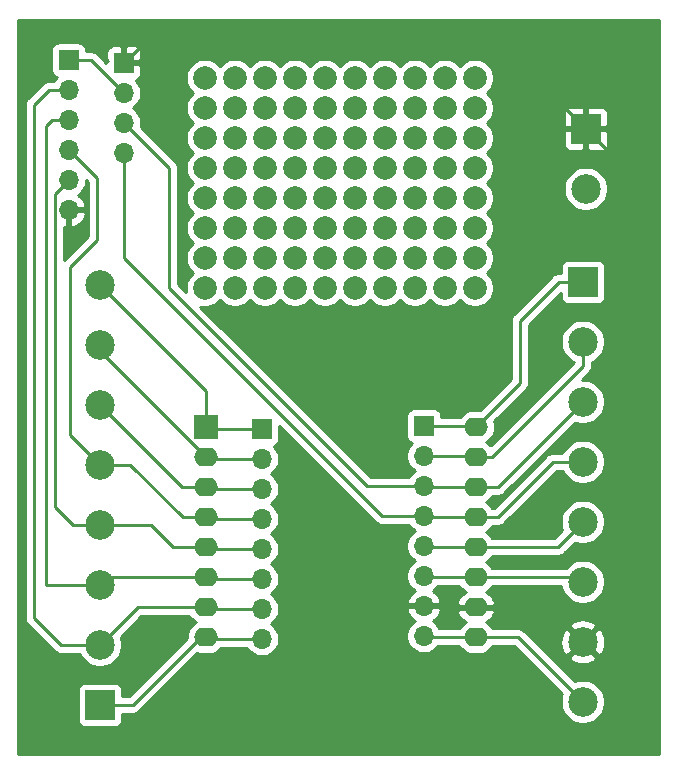
<source format=gbr>
%TF.GenerationSoftware,KiCad,Pcbnew,(5.1.6)-1*%
%TF.CreationDate,2021-02-04T11:12:43-05:00*%
%TF.ProjectId,DMB Wemos D1 Breakout,444d4220-5765-46d6-9f73-204431204272,rev?*%
%TF.SameCoordinates,Original*%
%TF.FileFunction,Copper,L1,Top*%
%TF.FilePolarity,Positive*%
%FSLAX46Y46*%
G04 Gerber Fmt 4.6, Leading zero omitted, Abs format (unit mm)*
G04 Created by KiCad (PCBNEW (5.1.6)-1) date 2021-02-04 11:12:43*
%MOMM*%
%LPD*%
G01*
G04 APERTURE LIST*
%TA.AperFunction,ComponentPad*%
%ADD10C,2.000000*%
%TD*%
%TA.AperFunction,ComponentPad*%
%ADD11R,2.500000X2.500000*%
%TD*%
%TA.AperFunction,ComponentPad*%
%ADD12C,2.500000*%
%TD*%
%TA.AperFunction,ComponentPad*%
%ADD13R,1.700000X1.700000*%
%TD*%
%TA.AperFunction,ComponentPad*%
%ADD14O,1.700000X1.700000*%
%TD*%
%TA.AperFunction,ComponentPad*%
%ADD15O,2.000000X1.600000*%
%TD*%
%TA.AperFunction,ComponentPad*%
%ADD16R,2.000000X2.000000*%
%TD*%
%TA.AperFunction,Conductor*%
%ADD17C,0.250000*%
%TD*%
%TA.AperFunction,Conductor*%
%ADD18C,0.254000*%
%TD*%
G04 APERTURE END LIST*
D10*
%TO.P,REF\u002A\u002A,*%
%TO.N,*%
X247904000Y-102362000D03*
%TD*%
%TO.P,REF\u002A\u002A,*%
%TO.N,*%
X245364000Y-102362000D03*
%TD*%
%TO.P,REF\u002A\u002A,*%
%TO.N,*%
X242824000Y-102362000D03*
%TD*%
%TO.P,REF\u002A\u002A,*%
%TO.N,*%
X240284000Y-102362000D03*
%TD*%
%TO.P,REF\u002A\u002A,*%
%TO.N,*%
X237744000Y-102362000D03*
%TD*%
%TO.P,REF\u002A\u002A,*%
%TO.N,*%
X235204000Y-102362000D03*
%TD*%
%TO.P,REF\u002A\u002A,*%
%TO.N,*%
X232664000Y-102362000D03*
%TD*%
%TO.P,REF\u002A\u002A,*%
%TO.N,*%
X230124000Y-102362000D03*
%TD*%
%TO.P,REF\u002A\u002A,*%
%TO.N,*%
X227584000Y-102362000D03*
%TD*%
%TO.P,REF\u002A\u002A,*%
%TO.N,*%
X225044000Y-102362000D03*
%TD*%
%TO.P,REF\u002A\u002A,*%
%TO.N,*%
X247904000Y-99822000D03*
%TD*%
%TO.P,REF\u002A\u002A,*%
%TO.N,*%
X245364000Y-99822000D03*
%TD*%
%TO.P,REF\u002A\u002A,*%
%TO.N,*%
X242824000Y-99822000D03*
%TD*%
%TO.P,REF\u002A\u002A,*%
%TO.N,*%
X240284000Y-99822000D03*
%TD*%
%TO.P,REF\u002A\u002A,*%
%TO.N,*%
X237744000Y-99822000D03*
%TD*%
%TO.P,REF\u002A\u002A,*%
%TO.N,*%
X235204000Y-99822000D03*
%TD*%
%TO.P,REF\u002A\u002A,*%
%TO.N,*%
X232664000Y-99822000D03*
%TD*%
%TO.P,REF\u002A\u002A,*%
%TO.N,*%
X230124000Y-99822000D03*
%TD*%
%TO.P,REF\u002A\u002A,*%
%TO.N,*%
X227584000Y-99822000D03*
%TD*%
%TO.P,REF\u002A\u002A,*%
%TO.N,*%
X225044000Y-99822000D03*
%TD*%
%TO.P,REF\u002A\u002A,*%
%TO.N,*%
X247904000Y-97282000D03*
%TD*%
%TO.P,REF\u002A\u002A,*%
%TO.N,*%
X245364000Y-97282000D03*
%TD*%
%TO.P,REF\u002A\u002A,*%
%TO.N,*%
X242824000Y-97282000D03*
%TD*%
%TO.P,REF\u002A\u002A,*%
%TO.N,*%
X240284000Y-97282000D03*
%TD*%
%TO.P,REF\u002A\u002A,*%
%TO.N,*%
X237744000Y-97282000D03*
%TD*%
%TO.P,REF\u002A\u002A,*%
%TO.N,*%
X235204000Y-97282000D03*
%TD*%
%TO.P,REF\u002A\u002A,*%
%TO.N,*%
X232664000Y-97282000D03*
%TD*%
%TO.P,REF\u002A\u002A,*%
%TO.N,*%
X230124000Y-97282000D03*
%TD*%
%TO.P,REF\u002A\u002A,*%
%TO.N,*%
X227584000Y-97282000D03*
%TD*%
%TO.P,REF\u002A\u002A,*%
%TO.N,*%
X225044000Y-97282000D03*
%TD*%
%TO.P,REF\u002A\u002A,*%
%TO.N,*%
X247904000Y-94742000D03*
%TD*%
%TO.P,REF\u002A\u002A,*%
%TO.N,*%
X245364000Y-94742000D03*
%TD*%
%TO.P,REF\u002A\u002A,*%
%TO.N,*%
X242824000Y-94742000D03*
%TD*%
%TO.P,REF\u002A\u002A,*%
%TO.N,*%
X240284000Y-94742000D03*
%TD*%
%TO.P,REF\u002A\u002A,*%
%TO.N,*%
X237744000Y-94742000D03*
%TD*%
%TO.P,REF\u002A\u002A,*%
%TO.N,*%
X235204000Y-94742000D03*
%TD*%
%TO.P,REF\u002A\u002A,*%
%TO.N,*%
X232664000Y-94742000D03*
%TD*%
%TO.P,REF\u002A\u002A,*%
%TO.N,*%
X230124000Y-94742000D03*
%TD*%
%TO.P,REF\u002A\u002A,*%
%TO.N,*%
X227584000Y-94742000D03*
%TD*%
%TO.P,REF\u002A\u002A,*%
%TO.N,*%
X225044000Y-94742000D03*
%TD*%
%TO.P,REF\u002A\u002A,*%
%TO.N,*%
X247904000Y-92202000D03*
%TD*%
%TO.P,REF\u002A\u002A,*%
%TO.N,*%
X245364000Y-92202000D03*
%TD*%
%TO.P,REF\u002A\u002A,*%
%TO.N,*%
X242824000Y-92202000D03*
%TD*%
%TO.P,REF\u002A\u002A,*%
%TO.N,*%
X240284000Y-92202000D03*
%TD*%
%TO.P,REF\u002A\u002A,*%
%TO.N,*%
X237744000Y-92202000D03*
%TD*%
%TO.P,REF\u002A\u002A,*%
%TO.N,*%
X235204000Y-92202000D03*
%TD*%
%TO.P,REF\u002A\u002A,*%
%TO.N,*%
X232664000Y-92202000D03*
%TD*%
%TO.P,REF\u002A\u002A,*%
%TO.N,*%
X230124000Y-92202000D03*
%TD*%
%TO.P,REF\u002A\u002A,*%
%TO.N,*%
X227584000Y-92202000D03*
%TD*%
%TO.P,REF\u002A\u002A,*%
%TO.N,*%
X225044000Y-92202000D03*
%TD*%
%TO.P,REF\u002A\u002A,*%
%TO.N,*%
X247904000Y-89662000D03*
%TD*%
%TO.P,REF\u002A\u002A,*%
%TO.N,*%
X245364000Y-89662000D03*
%TD*%
%TO.P,REF\u002A\u002A,*%
%TO.N,*%
X242824000Y-89662000D03*
%TD*%
%TO.P,REF\u002A\u002A,*%
%TO.N,*%
X240284000Y-89662000D03*
%TD*%
%TO.P,REF\u002A\u002A,*%
%TO.N,*%
X237744000Y-89662000D03*
%TD*%
%TO.P,REF\u002A\u002A,*%
%TO.N,*%
X235204000Y-89662000D03*
%TD*%
%TO.P,REF\u002A\u002A,*%
%TO.N,*%
X232664000Y-89662000D03*
%TD*%
%TO.P,REF\u002A\u002A,*%
%TO.N,*%
X230124000Y-89662000D03*
%TD*%
%TO.P,REF\u002A\u002A,*%
%TO.N,*%
X227584000Y-89662000D03*
%TD*%
%TO.P,REF\u002A\u002A,*%
%TO.N,*%
X225044000Y-89662000D03*
%TD*%
%TO.P,REF\u002A\u002A,*%
%TO.N,*%
X247904000Y-87122000D03*
%TD*%
%TO.P,REF\u002A\u002A,*%
%TO.N,*%
X245364000Y-87122000D03*
%TD*%
%TO.P,REF\u002A\u002A,*%
%TO.N,*%
X242824000Y-87122000D03*
%TD*%
%TO.P,REF\u002A\u002A,*%
%TO.N,*%
X240284000Y-87122000D03*
%TD*%
%TO.P,REF\u002A\u002A,*%
%TO.N,*%
X237744000Y-87122000D03*
%TD*%
%TO.P,REF\u002A\u002A,*%
%TO.N,*%
X235204000Y-87122000D03*
%TD*%
%TO.P,REF\u002A\u002A,*%
%TO.N,*%
X232664000Y-87122000D03*
%TD*%
%TO.P,REF\u002A\u002A,*%
%TO.N,*%
X230124000Y-87122000D03*
%TD*%
%TO.P,REF\u002A\u002A,*%
%TO.N,*%
X227584000Y-87122000D03*
%TD*%
%TO.P,REF\u002A\u002A,*%
%TO.N,*%
X225044000Y-87122000D03*
%TD*%
%TO.P,REF\u002A\u002A,*%
%TO.N,*%
X247904000Y-84582000D03*
%TD*%
%TO.P,REF\u002A\u002A,*%
%TO.N,*%
X245364000Y-84582000D03*
%TD*%
%TO.P,REF\u002A\u002A,*%
%TO.N,*%
X242824000Y-84582000D03*
%TD*%
%TO.P,REF\u002A\u002A,*%
%TO.N,*%
X240284000Y-84582000D03*
%TD*%
%TO.P,REF\u002A\u002A,*%
%TO.N,*%
X237744000Y-84582000D03*
%TD*%
%TO.P,REF\u002A\u002A,*%
%TO.N,*%
X235204000Y-84582000D03*
%TD*%
%TO.P,REF\u002A\u002A,*%
%TO.N,*%
X232664000Y-84582000D03*
%TD*%
%TO.P,REF\u002A\u002A,*%
%TO.N,*%
X230124000Y-84582000D03*
%TD*%
%TO.P,REF\u002A\u002A,*%
%TO.N,*%
X227584000Y-84582000D03*
%TD*%
%TO.P,REF\u002A\u002A,*%
%TO.N,*%
X225044000Y-84582000D03*
%TD*%
D11*
%TO.P,J1,1*%
%TO.N,3v3*%
X216154000Y-137668000D03*
D12*
%TO.P,J1,2*%
%TO.N,CS*%
X216154000Y-132588000D03*
%TO.P,J1,3*%
%TO.N,MOSI*%
X216154000Y-127508000D03*
%TO.P,J1,4*%
%TO.N,MISO*%
X216154000Y-122428000D03*
%TO.P,J1,5*%
%TO.N,SCK*%
X216154000Y-117348000D03*
%TO.P,J1,6*%
%TO.N,D0*%
X216154000Y-112268000D03*
%TO.P,J1,7*%
%TO.N,A0*%
X216154000Y-107188000D03*
%TO.P,J1,8*%
%TO.N,RST*%
X216154000Y-102108000D03*
%TD*%
D13*
%TO.P,J2,1*%
%TO.N,RST*%
X229870000Y-114300000D03*
D14*
%TO.P,J2,2*%
%TO.N,A0*%
X229870000Y-116840000D03*
%TO.P,J2,3*%
%TO.N,D0*%
X229870000Y-119380000D03*
%TO.P,J2,4*%
%TO.N,SCK*%
X229870000Y-121920000D03*
%TO.P,J2,5*%
%TO.N,MISO*%
X229870000Y-124460000D03*
%TO.P,J2,6*%
%TO.N,MOSI*%
X229870000Y-127000000D03*
%TO.P,J2,7*%
%TO.N,CS*%
X229870000Y-129540000D03*
%TO.P,J2,8*%
%TO.N,3v3*%
X229870000Y-132080000D03*
%TD*%
D11*
%TO.P,J3,1*%
%TO.N,GND*%
X257302000Y-88900000D03*
D12*
%TO.P,J3,2*%
%TO.N,5V*%
X257302000Y-93980000D03*
%TD*%
D14*
%TO.P,J7,8*%
%TO.N,5V*%
X243586000Y-131826000D03*
%TO.P,J7,7*%
%TO.N,GND*%
X243586000Y-129286000D03*
%TO.P,J7,6*%
%TO.N,D4*%
X243586000Y-126746000D03*
%TO.P,J7,5*%
%TO.N,D3*%
X243586000Y-124206000D03*
%TO.P,J7,4*%
%TO.N,SDA*%
X243586000Y-121666000D03*
%TO.P,J7,3*%
%TO.N,SCL*%
X243586000Y-119126000D03*
%TO.P,J7,2*%
%TO.N,RX*%
X243586000Y-116586000D03*
D13*
%TO.P,J7,1*%
%TO.N,TX*%
X243586000Y-114046000D03*
%TD*%
D12*
%TO.P,J9,8*%
%TO.N,5V*%
X257048000Y-137414000D03*
%TO.P,J9,7*%
%TO.N,GND*%
X257048000Y-132334000D03*
%TO.P,J9,6*%
%TO.N,D4*%
X257048000Y-127254000D03*
%TO.P,J9,5*%
%TO.N,D3*%
X257048000Y-122174000D03*
%TO.P,J9,4*%
%TO.N,SDA*%
X257048000Y-117094000D03*
%TO.P,J9,3*%
%TO.N,SCL*%
X257048000Y-112014000D03*
%TO.P,J9,2*%
%TO.N,RX*%
X257048000Y-106934000D03*
D11*
%TO.P,J9,1*%
%TO.N,TX*%
X257048000Y-101854000D03*
%TD*%
D15*
%TO.P,U1,2*%
%TO.N,A0*%
X225137001Y-116689001D03*
D16*
%TO.P,U1,1*%
%TO.N,RST*%
X225137001Y-114149001D03*
D15*
%TO.P,U1,3*%
%TO.N,D0*%
X225137001Y-119229001D03*
%TO.P,U1,4*%
%TO.N,SCK*%
X225137001Y-121769001D03*
%TO.P,U1,5*%
%TO.N,MISO*%
X225137001Y-124309001D03*
%TO.P,U1,6*%
%TO.N,MOSI*%
X225137001Y-126849001D03*
%TO.P,U1,7*%
%TO.N,CS*%
X225137001Y-129389001D03*
%TO.P,U1,8*%
%TO.N,3v3*%
X225137001Y-131929001D03*
%TO.P,U1,9*%
%TO.N,5V*%
X247997001Y-131929001D03*
%TO.P,U1,10*%
%TO.N,GND*%
X247997001Y-129389001D03*
%TO.P,U1,11*%
%TO.N,D4*%
X247997001Y-126849001D03*
%TO.P,U1,12*%
%TO.N,D3*%
X247997001Y-124309001D03*
%TO.P,U1,13*%
%TO.N,SDA*%
X247997001Y-121769001D03*
%TO.P,U1,14*%
%TO.N,SCL*%
X247997001Y-119229001D03*
%TO.P,U1,15*%
%TO.N,RX*%
X247997001Y-116689001D03*
%TO.P,U1,16*%
%TO.N,TX*%
X247997001Y-114149001D03*
%TD*%
D13*
%TO.P,I2C,1*%
%TO.N,GND*%
X218186000Y-83312000D03*
D14*
%TO.P,I2C,2*%
%TO.N,3v3*%
X218186000Y-85852000D03*
%TO.P,I2C,3*%
%TO.N,SCL*%
X218186000Y-88392000D03*
%TO.P,I2C,4*%
%TO.N,SDA*%
X218186000Y-90932000D03*
%TD*%
D13*
%TO.P,SPI,1*%
%TO.N,3v3*%
X213519001Y-83067001D03*
D14*
%TO.P,SPI,2*%
%TO.N,CS*%
X213519001Y-85607001D03*
%TO.P,SPI,3*%
%TO.N,MOSI*%
X213519001Y-88147001D03*
%TO.P,SPI,4*%
%TO.N,SCK*%
X213519001Y-90687001D03*
%TO.P,SPI,5*%
%TO.N,MISO*%
X213519001Y-93227001D03*
%TO.P,SPI,6*%
%TO.N,GND*%
X213519001Y-95767001D03*
%TD*%
D17*
%TO.N,RST*%
X225288000Y-114300000D02*
X225137001Y-114149001D01*
X229870000Y-114300000D02*
X225288000Y-114300000D01*
X225137001Y-111091001D02*
X216154000Y-102108000D01*
X225137001Y-114149001D02*
X225137001Y-111091001D01*
%TO.N,A0*%
X225288000Y-116840000D02*
X225137001Y-116689001D01*
X229870000Y-116840000D02*
X225288000Y-116840000D01*
X216154000Y-107706000D02*
X216154000Y-107188000D01*
X225137001Y-116689001D02*
X216154000Y-107706000D01*
%TO.N,D0*%
X225288000Y-119380000D02*
X225137001Y-119229001D01*
X229870000Y-119380000D02*
X225288000Y-119380000D01*
X223115001Y-119229001D02*
X216154000Y-112268000D01*
X225137001Y-119229001D02*
X223115001Y-119229001D01*
%TO.N,SCK*%
X225288000Y-121920000D02*
X225137001Y-121769001D01*
X229870000Y-121920000D02*
X225288000Y-121920000D01*
X225137001Y-121769001D02*
X223162999Y-121769001D01*
X218741998Y-117348000D02*
X216154000Y-117348000D01*
X223162999Y-121769001D02*
X218741998Y-117348000D01*
X213519001Y-90687001D02*
X215900000Y-93068000D01*
X215900000Y-93068000D02*
X215900000Y-98298000D01*
X215900000Y-98298000D02*
X213614000Y-100584000D01*
X213614000Y-114808000D02*
X216154000Y-117348000D01*
X213614000Y-100584000D02*
X213614000Y-114808000D01*
%TO.N,MISO*%
X225288000Y-124460000D02*
X225137001Y-124309001D01*
X229870000Y-124460000D02*
X225288000Y-124460000D01*
X216154000Y-122428000D02*
X220472000Y-122428000D01*
X222353001Y-124309001D02*
X225137001Y-124309001D01*
X220472000Y-122428000D02*
X222353001Y-124309001D01*
X216154000Y-122428000D02*
X213868000Y-122428000D01*
X213868000Y-122428000D02*
X212344000Y-120904000D01*
X212344000Y-94402002D02*
X213519001Y-93227001D01*
X212344000Y-120904000D02*
X212344000Y-94402002D01*
%TO.N,MOSI*%
X225288000Y-127000000D02*
X225137001Y-126849001D01*
X229870000Y-127000000D02*
X225288000Y-127000000D01*
X216812999Y-126849001D02*
X216154000Y-127508000D01*
X225137001Y-126849001D02*
X216812999Y-126849001D01*
X216154000Y-127508000D02*
X211582000Y-127508000D01*
X211582000Y-127508000D02*
X211582000Y-88646000D01*
X212080999Y-88147001D02*
X213519001Y-88147001D01*
X211582000Y-88646000D02*
X212080999Y-88147001D01*
%TO.N,CS*%
X219352999Y-129389001D02*
X216154000Y-132588000D01*
X225137001Y-129389001D02*
X219352999Y-129389001D01*
X225288000Y-129540000D02*
X225137001Y-129389001D01*
X229870000Y-129540000D02*
X225288000Y-129540000D01*
X213519001Y-85607001D02*
X211826999Y-85607001D01*
X211826999Y-85607001D02*
X210566000Y-86868000D01*
X210566000Y-86868000D02*
X210566000Y-130302000D01*
X212852000Y-132588000D02*
X216154000Y-132588000D01*
X210566000Y-130302000D02*
X212852000Y-132588000D01*
%TO.N,3v3*%
X215401001Y-83067001D02*
X218186000Y-85852000D01*
X213519001Y-83067001D02*
X215401001Y-83067001D01*
X225288000Y-132080000D02*
X225137001Y-131929001D01*
X229870000Y-132080000D02*
X225288000Y-132080000D01*
X225137001Y-131929001D02*
X224686999Y-131929001D01*
X218948000Y-137668000D02*
X216154000Y-137668000D01*
X224686999Y-131929001D02*
X218948000Y-137668000D01*
%TO.N,GND*%
X257302000Y-88900000D02*
X248920000Y-80518000D01*
X220980000Y-80518000D02*
X218186000Y-83312000D01*
X248920000Y-80518000D02*
X220980000Y-80518000D01*
X243689001Y-129389001D02*
X243586000Y-129286000D01*
X247997001Y-129389001D02*
X243689001Y-129389001D01*
X254103001Y-129389001D02*
X257048000Y-132334000D01*
X247997001Y-129389001D02*
X254103001Y-129389001D01*
X257048000Y-132334000D02*
X260350000Y-129032000D01*
X260350000Y-91948000D02*
X257302000Y-88900000D01*
X260350000Y-129032000D02*
X260350000Y-91948000D01*
%TO.N,5V*%
X243689001Y-131929001D02*
X243586000Y-131826000D01*
X247997001Y-131929001D02*
X243689001Y-131929001D01*
X251563001Y-131929001D02*
X257048000Y-137414000D01*
X247997001Y-131929001D02*
X251563001Y-131929001D01*
%TO.N,D4*%
X243689001Y-126849001D02*
X243586000Y-126746000D01*
X247997001Y-126849001D02*
X243689001Y-126849001D01*
X256643001Y-126849001D02*
X257048000Y-127254000D01*
X247997001Y-126849001D02*
X256643001Y-126849001D01*
%TO.N,D3*%
X243689001Y-124309001D02*
X243586000Y-124206000D01*
X247997001Y-124309001D02*
X243689001Y-124309001D01*
X254912999Y-124309001D02*
X257048000Y-122174000D01*
X247997001Y-124309001D02*
X254912999Y-124309001D01*
%TO.N,SDA*%
X243689001Y-121769001D02*
X243586000Y-121666000D01*
X247997001Y-121769001D02*
X243689001Y-121769001D01*
X257048000Y-117094000D02*
X254508000Y-117094000D01*
X249832999Y-121769001D02*
X247997001Y-121769001D01*
X254508000Y-117094000D02*
X249832999Y-121769001D01*
X243586000Y-121666000D02*
X240030000Y-121666000D01*
X218186000Y-99822000D02*
X218186000Y-90932000D01*
X240030000Y-121666000D02*
X218186000Y-99822000D01*
%TO.N,SCL*%
X243689001Y-119229001D02*
X243586000Y-119126000D01*
X247997001Y-119229001D02*
X243689001Y-119229001D01*
X249832999Y-119229001D02*
X257048000Y-112014000D01*
X247997001Y-119229001D02*
X249832999Y-119229001D01*
X218186000Y-88392000D02*
X221996000Y-92202000D01*
X221996000Y-92202000D02*
X221996000Y-102362000D01*
X238760000Y-119126000D02*
X243586000Y-119126000D01*
X221996000Y-102362000D02*
X238760000Y-119126000D01*
%TO.N,RX*%
X247894000Y-116586000D02*
X247997001Y-116689001D01*
X243586000Y-116586000D02*
X247894000Y-116586000D01*
X257048000Y-106934000D02*
X257048000Y-108966000D01*
X249324999Y-116689001D02*
X247997001Y-116689001D01*
X257048000Y-108966000D02*
X249324999Y-116689001D01*
%TO.N,TX*%
X247894000Y-114046000D02*
X247997001Y-114149001D01*
X243586000Y-114046000D02*
X247894000Y-114046000D01*
X257048000Y-101854000D02*
X255016000Y-101854000D01*
X255016000Y-101854000D02*
X251714000Y-105156000D01*
X251714000Y-110432002D02*
X247997001Y-114149001D01*
X251714000Y-105156000D02*
X251714000Y-110432002D01*
%TD*%
D18*
%TO.N,GND*%
G36*
X263500000Y-141834000D02*
G01*
X209194000Y-141834000D01*
X209194000Y-86868000D01*
X209802324Y-86868000D01*
X209806000Y-86905322D01*
X209806001Y-130264667D01*
X209802324Y-130302000D01*
X209806001Y-130339333D01*
X209816998Y-130450986D01*
X209827811Y-130486632D01*
X209860454Y-130594246D01*
X209931026Y-130726276D01*
X209994187Y-130803237D01*
X210026000Y-130842001D01*
X210054998Y-130865799D01*
X212288201Y-133099003D01*
X212311999Y-133128001D01*
X212427724Y-133222974D01*
X212559753Y-133293546D01*
X212703014Y-133337003D01*
X212814667Y-133348000D01*
X212814676Y-133348000D01*
X212851999Y-133351676D01*
X212889322Y-133348000D01*
X214428493Y-133348000D01*
X214483534Y-133480882D01*
X214689825Y-133789618D01*
X214952382Y-134052175D01*
X215261118Y-134258466D01*
X215604166Y-134400561D01*
X215968344Y-134473000D01*
X216339656Y-134473000D01*
X216703834Y-134400561D01*
X217046882Y-134258466D01*
X217355618Y-134052175D01*
X217618175Y-133789618D01*
X217824466Y-133480882D01*
X217966561Y-133137834D01*
X218039000Y-132773656D01*
X218039000Y-132402344D01*
X217966561Y-132038166D01*
X217911519Y-131905282D01*
X219667801Y-130149001D01*
X223716100Y-130149001D01*
X223738069Y-130190102D01*
X223917393Y-130408609D01*
X224135900Y-130587933D01*
X224268859Y-130659001D01*
X224135900Y-130730069D01*
X223917393Y-130909393D01*
X223738069Y-131127900D01*
X223604819Y-131377193D01*
X223522765Y-131647692D01*
X223495058Y-131929001D01*
X223505561Y-132035637D01*
X218633199Y-136908000D01*
X218042072Y-136908000D01*
X218042072Y-136418000D01*
X218029812Y-136293518D01*
X217993502Y-136173820D01*
X217934537Y-136063506D01*
X217855185Y-135966815D01*
X217758494Y-135887463D01*
X217648180Y-135828498D01*
X217528482Y-135792188D01*
X217404000Y-135779928D01*
X214904000Y-135779928D01*
X214779518Y-135792188D01*
X214659820Y-135828498D01*
X214549506Y-135887463D01*
X214452815Y-135966815D01*
X214373463Y-136063506D01*
X214314498Y-136173820D01*
X214278188Y-136293518D01*
X214265928Y-136418000D01*
X214265928Y-138918000D01*
X214278188Y-139042482D01*
X214314498Y-139162180D01*
X214373463Y-139272494D01*
X214452815Y-139369185D01*
X214549506Y-139448537D01*
X214659820Y-139507502D01*
X214779518Y-139543812D01*
X214904000Y-139556072D01*
X217404000Y-139556072D01*
X217528482Y-139543812D01*
X217648180Y-139507502D01*
X217758494Y-139448537D01*
X217855185Y-139369185D01*
X217934537Y-139272494D01*
X217993502Y-139162180D01*
X218029812Y-139042482D01*
X218042072Y-138918000D01*
X218042072Y-138428000D01*
X218910678Y-138428000D01*
X218948000Y-138431676D01*
X218985322Y-138428000D01*
X218985333Y-138428000D01*
X219096986Y-138417003D01*
X219240247Y-138373546D01*
X219372276Y-138302974D01*
X219488001Y-138208001D01*
X219511804Y-138178997D01*
X224419279Y-133271523D01*
X224655692Y-133343237D01*
X224866509Y-133364001D01*
X225407493Y-133364001D01*
X225618310Y-133343237D01*
X225888809Y-133261183D01*
X226138102Y-133127933D01*
X226356609Y-132948609D01*
X226445742Y-132840000D01*
X228591822Y-132840000D01*
X228716525Y-133026632D01*
X228923368Y-133233475D01*
X229166589Y-133395990D01*
X229436842Y-133507932D01*
X229723740Y-133565000D01*
X230016260Y-133565000D01*
X230303158Y-133507932D01*
X230573411Y-133395990D01*
X230816632Y-133233475D01*
X231023475Y-133026632D01*
X231185990Y-132783411D01*
X231297932Y-132513158D01*
X231355000Y-132226260D01*
X231355000Y-131933740D01*
X231304476Y-131679740D01*
X242101000Y-131679740D01*
X242101000Y-131972260D01*
X242158068Y-132259158D01*
X242270010Y-132529411D01*
X242432525Y-132772632D01*
X242639368Y-132979475D01*
X242882589Y-133141990D01*
X243152842Y-133253932D01*
X243439740Y-133311000D01*
X243732260Y-133311000D01*
X244019158Y-133253932D01*
X244289411Y-133141990D01*
X244532632Y-132979475D01*
X244739475Y-132772632D01*
X244795355Y-132689001D01*
X246576100Y-132689001D01*
X246598069Y-132730102D01*
X246777393Y-132948609D01*
X246995900Y-133127933D01*
X247245193Y-133261183D01*
X247515692Y-133343237D01*
X247726509Y-133364001D01*
X248267493Y-133364001D01*
X248478310Y-133343237D01*
X248748809Y-133261183D01*
X248998102Y-133127933D01*
X249216609Y-132948609D01*
X249395933Y-132730102D01*
X249417902Y-132689001D01*
X251248200Y-132689001D01*
X255290481Y-136731283D01*
X255235439Y-136864166D01*
X255163000Y-137228344D01*
X255163000Y-137599656D01*
X255235439Y-137963834D01*
X255377534Y-138306882D01*
X255583825Y-138615618D01*
X255846382Y-138878175D01*
X256155118Y-139084466D01*
X256498166Y-139226561D01*
X256862344Y-139299000D01*
X257233656Y-139299000D01*
X257597834Y-139226561D01*
X257940882Y-139084466D01*
X258249618Y-138878175D01*
X258512175Y-138615618D01*
X258718466Y-138306882D01*
X258860561Y-137963834D01*
X258933000Y-137599656D01*
X258933000Y-137228344D01*
X258860561Y-136864166D01*
X258718466Y-136521118D01*
X258512175Y-136212382D01*
X258249618Y-135949825D01*
X257940882Y-135743534D01*
X257597834Y-135601439D01*
X257233656Y-135529000D01*
X256862344Y-135529000D01*
X256498166Y-135601439D01*
X256365283Y-135656481D01*
X254356407Y-133647605D01*
X255914000Y-133647605D01*
X256039914Y-133937577D01*
X256372126Y-134103433D01*
X256730312Y-134201290D01*
X257100706Y-134227389D01*
X257469075Y-134180725D01*
X257821262Y-134063094D01*
X258056086Y-133937577D01*
X258182000Y-133647605D01*
X257048000Y-132513605D01*
X255914000Y-133647605D01*
X254356407Y-133647605D01*
X253095508Y-132386706D01*
X255154611Y-132386706D01*
X255201275Y-132755075D01*
X255318906Y-133107262D01*
X255444423Y-133342086D01*
X255734395Y-133468000D01*
X256868395Y-132334000D01*
X257227605Y-132334000D01*
X258361605Y-133468000D01*
X258651577Y-133342086D01*
X258817433Y-133009874D01*
X258915290Y-132651688D01*
X258941389Y-132281294D01*
X258894725Y-131912925D01*
X258777094Y-131560738D01*
X258651577Y-131325914D01*
X258361605Y-131200000D01*
X257227605Y-132334000D01*
X256868395Y-132334000D01*
X255734395Y-131200000D01*
X255444423Y-131325914D01*
X255278567Y-131658126D01*
X255180710Y-132016312D01*
X255154611Y-132386706D01*
X253095508Y-132386706D01*
X252126805Y-131418004D01*
X252103002Y-131389000D01*
X251987277Y-131294027D01*
X251855248Y-131223455D01*
X251711987Y-131179998D01*
X251600334Y-131169001D01*
X251600323Y-131169001D01*
X251563001Y-131165325D01*
X251525679Y-131169001D01*
X249417902Y-131169001D01*
X249395933Y-131127900D01*
X249307706Y-131020395D01*
X255914000Y-131020395D01*
X257048000Y-132154395D01*
X258182000Y-131020395D01*
X258056086Y-130730423D01*
X257723874Y-130564567D01*
X257365688Y-130466710D01*
X256995294Y-130440611D01*
X256626925Y-130487275D01*
X256274738Y-130604906D01*
X256039914Y-130730423D01*
X255914000Y-131020395D01*
X249307706Y-131020395D01*
X249216609Y-130909393D01*
X248998102Y-130730069D01*
X248868656Y-130660879D01*
X248886228Y-130653431D01*
X249119663Y-130494674D01*
X249317640Y-130293426D01*
X249472552Y-130057422D01*
X249578445Y-129795731D01*
X249588905Y-129738040D01*
X249466916Y-129516001D01*
X248124001Y-129516001D01*
X248124001Y-129536001D01*
X247870001Y-129536001D01*
X247870001Y-129516001D01*
X246527086Y-129516001D01*
X246405097Y-129738040D01*
X246415557Y-129795731D01*
X246521450Y-130057422D01*
X246676362Y-130293426D01*
X246874339Y-130494674D01*
X247107774Y-130653431D01*
X247125346Y-130660879D01*
X246995900Y-130730069D01*
X246777393Y-130909393D01*
X246598069Y-131127900D01*
X246576100Y-131169001D01*
X244921214Y-131169001D01*
X244901990Y-131122589D01*
X244739475Y-130879368D01*
X244532632Y-130672525D01*
X244350466Y-130550805D01*
X244467355Y-130481178D01*
X244683588Y-130286269D01*
X244857641Y-130052920D01*
X244982825Y-129790099D01*
X245027476Y-129642890D01*
X244906155Y-129413000D01*
X243713000Y-129413000D01*
X243713000Y-129433000D01*
X243459000Y-129433000D01*
X243459000Y-129413000D01*
X242265845Y-129413000D01*
X242144524Y-129642890D01*
X242189175Y-129790099D01*
X242314359Y-130052920D01*
X242488412Y-130286269D01*
X242704645Y-130481178D01*
X242821534Y-130550805D01*
X242639368Y-130672525D01*
X242432525Y-130879368D01*
X242270010Y-131122589D01*
X242158068Y-131392842D01*
X242101000Y-131679740D01*
X231304476Y-131679740D01*
X231297932Y-131646842D01*
X231185990Y-131376589D01*
X231023475Y-131133368D01*
X230816632Y-130926525D01*
X230642240Y-130810000D01*
X230816632Y-130693475D01*
X231023475Y-130486632D01*
X231185990Y-130243411D01*
X231297932Y-129973158D01*
X231355000Y-129686260D01*
X231355000Y-129393740D01*
X231297932Y-129106842D01*
X231185990Y-128836589D01*
X231023475Y-128593368D01*
X230816632Y-128386525D01*
X230642240Y-128270000D01*
X230816632Y-128153475D01*
X231023475Y-127946632D01*
X231185990Y-127703411D01*
X231297932Y-127433158D01*
X231355000Y-127146260D01*
X231355000Y-126853740D01*
X231297932Y-126566842D01*
X231185990Y-126296589D01*
X231023475Y-126053368D01*
X230816632Y-125846525D01*
X230642240Y-125730000D01*
X230816632Y-125613475D01*
X231023475Y-125406632D01*
X231185990Y-125163411D01*
X231297932Y-124893158D01*
X231355000Y-124606260D01*
X231355000Y-124313740D01*
X231297932Y-124026842D01*
X231185990Y-123756589D01*
X231023475Y-123513368D01*
X230816632Y-123306525D01*
X230642240Y-123190000D01*
X230816632Y-123073475D01*
X231023475Y-122866632D01*
X231185990Y-122623411D01*
X231297932Y-122353158D01*
X231355000Y-122066260D01*
X231355000Y-121773740D01*
X231297932Y-121486842D01*
X231185990Y-121216589D01*
X231023475Y-120973368D01*
X230816632Y-120766525D01*
X230642240Y-120650000D01*
X230816632Y-120533475D01*
X231023475Y-120326632D01*
X231185990Y-120083411D01*
X231297932Y-119813158D01*
X231355000Y-119526260D01*
X231355000Y-119233740D01*
X231297932Y-118946842D01*
X231185990Y-118676589D01*
X231023475Y-118433368D01*
X230816632Y-118226525D01*
X230642240Y-118110000D01*
X230816632Y-117993475D01*
X231023475Y-117786632D01*
X231185990Y-117543411D01*
X231297932Y-117273158D01*
X231355000Y-116986260D01*
X231355000Y-116693740D01*
X231297932Y-116406842D01*
X231185990Y-116136589D01*
X231023475Y-115893368D01*
X230891620Y-115761513D01*
X230964180Y-115739502D01*
X231074494Y-115680537D01*
X231171185Y-115601185D01*
X231250537Y-115504494D01*
X231309502Y-115394180D01*
X231345812Y-115274482D01*
X231358072Y-115150000D01*
X231358072Y-114068874D01*
X239466200Y-122177002D01*
X239489999Y-122206001D01*
X239518997Y-122229799D01*
X239605723Y-122300974D01*
X239665265Y-122332800D01*
X239737753Y-122371546D01*
X239881014Y-122415003D01*
X239992667Y-122426000D01*
X239992676Y-122426000D01*
X240029999Y-122429676D01*
X240067322Y-122426000D01*
X242307822Y-122426000D01*
X242432525Y-122612632D01*
X242639368Y-122819475D01*
X242813760Y-122936000D01*
X242639368Y-123052525D01*
X242432525Y-123259368D01*
X242270010Y-123502589D01*
X242158068Y-123772842D01*
X242101000Y-124059740D01*
X242101000Y-124352260D01*
X242158068Y-124639158D01*
X242270010Y-124909411D01*
X242432525Y-125152632D01*
X242639368Y-125359475D01*
X242813760Y-125476000D01*
X242639368Y-125592525D01*
X242432525Y-125799368D01*
X242270010Y-126042589D01*
X242158068Y-126312842D01*
X242101000Y-126599740D01*
X242101000Y-126892260D01*
X242158068Y-127179158D01*
X242270010Y-127449411D01*
X242432525Y-127692632D01*
X242639368Y-127899475D01*
X242821534Y-128021195D01*
X242704645Y-128090822D01*
X242488412Y-128285731D01*
X242314359Y-128519080D01*
X242189175Y-128781901D01*
X242144524Y-128929110D01*
X242265845Y-129159000D01*
X243459000Y-129159000D01*
X243459000Y-129139000D01*
X243713000Y-129139000D01*
X243713000Y-129159000D01*
X244906155Y-129159000D01*
X245027476Y-128929110D01*
X244982825Y-128781901D01*
X244857641Y-128519080D01*
X244683588Y-128285731D01*
X244467355Y-128090822D01*
X244350466Y-128021195D01*
X244532632Y-127899475D01*
X244739475Y-127692632D01*
X244795355Y-127609001D01*
X246576100Y-127609001D01*
X246598069Y-127650102D01*
X246777393Y-127868609D01*
X246995900Y-128047933D01*
X247125346Y-128117123D01*
X247107774Y-128124571D01*
X246874339Y-128283328D01*
X246676362Y-128484576D01*
X246521450Y-128720580D01*
X246415557Y-128982271D01*
X246405097Y-129039962D01*
X246527086Y-129262001D01*
X247870001Y-129262001D01*
X247870001Y-129242001D01*
X248124001Y-129242001D01*
X248124001Y-129262001D01*
X249466916Y-129262001D01*
X249588905Y-129039962D01*
X249578445Y-128982271D01*
X249472552Y-128720580D01*
X249317640Y-128484576D01*
X249119663Y-128283328D01*
X248886228Y-128124571D01*
X248868656Y-128117123D01*
X248998102Y-128047933D01*
X249216609Y-127868609D01*
X249395933Y-127650102D01*
X249417902Y-127609001D01*
X255196685Y-127609001D01*
X255235439Y-127803834D01*
X255377534Y-128146882D01*
X255583825Y-128455618D01*
X255846382Y-128718175D01*
X256155118Y-128924466D01*
X256498166Y-129066561D01*
X256862344Y-129139000D01*
X257233656Y-129139000D01*
X257597834Y-129066561D01*
X257940882Y-128924466D01*
X258249618Y-128718175D01*
X258512175Y-128455618D01*
X258718466Y-128146882D01*
X258860561Y-127803834D01*
X258933000Y-127439656D01*
X258933000Y-127068344D01*
X258860561Y-126704166D01*
X258718466Y-126361118D01*
X258512175Y-126052382D01*
X258249618Y-125789825D01*
X257940882Y-125583534D01*
X257597834Y-125441439D01*
X257233656Y-125369000D01*
X256862344Y-125369000D01*
X256498166Y-125441439D01*
X256155118Y-125583534D01*
X255846382Y-125789825D01*
X255583825Y-126052382D01*
X255559357Y-126089001D01*
X249417902Y-126089001D01*
X249395933Y-126047900D01*
X249216609Y-125829393D01*
X248998102Y-125650069D01*
X248865143Y-125579001D01*
X248998102Y-125507933D01*
X249216609Y-125328609D01*
X249395933Y-125110102D01*
X249417902Y-125069001D01*
X254875677Y-125069001D01*
X254912999Y-125072677D01*
X254950321Y-125069001D01*
X254950332Y-125069001D01*
X255061985Y-125058004D01*
X255205246Y-125014547D01*
X255337275Y-124943975D01*
X255453000Y-124849002D01*
X255476803Y-124819998D01*
X256365283Y-123931519D01*
X256498166Y-123986561D01*
X256862344Y-124059000D01*
X257233656Y-124059000D01*
X257597834Y-123986561D01*
X257940882Y-123844466D01*
X258249618Y-123638175D01*
X258512175Y-123375618D01*
X258718466Y-123066882D01*
X258860561Y-122723834D01*
X258933000Y-122359656D01*
X258933000Y-121988344D01*
X258860561Y-121624166D01*
X258718466Y-121281118D01*
X258512175Y-120972382D01*
X258249618Y-120709825D01*
X257940882Y-120503534D01*
X257597834Y-120361439D01*
X257233656Y-120289000D01*
X256862344Y-120289000D01*
X256498166Y-120361439D01*
X256155118Y-120503534D01*
X255846382Y-120709825D01*
X255583825Y-120972382D01*
X255377534Y-121281118D01*
X255235439Y-121624166D01*
X255163000Y-121988344D01*
X255163000Y-122359656D01*
X255235439Y-122723834D01*
X255290481Y-122856717D01*
X254598198Y-123549001D01*
X249417902Y-123549001D01*
X249395933Y-123507900D01*
X249216609Y-123289393D01*
X248998102Y-123110069D01*
X248865143Y-123039001D01*
X248998102Y-122967933D01*
X249216609Y-122788609D01*
X249395933Y-122570102D01*
X249417902Y-122529001D01*
X249795677Y-122529001D01*
X249832999Y-122532677D01*
X249870321Y-122529001D01*
X249870332Y-122529001D01*
X249981985Y-122518004D01*
X250125246Y-122474547D01*
X250257275Y-122403975D01*
X250373000Y-122309002D01*
X250396803Y-122279998D01*
X254822802Y-117854000D01*
X255322493Y-117854000D01*
X255377534Y-117986882D01*
X255583825Y-118295618D01*
X255846382Y-118558175D01*
X256155118Y-118764466D01*
X256498166Y-118906561D01*
X256862344Y-118979000D01*
X257233656Y-118979000D01*
X257597834Y-118906561D01*
X257940882Y-118764466D01*
X258249618Y-118558175D01*
X258512175Y-118295618D01*
X258718466Y-117986882D01*
X258860561Y-117643834D01*
X258933000Y-117279656D01*
X258933000Y-116908344D01*
X258860561Y-116544166D01*
X258718466Y-116201118D01*
X258512175Y-115892382D01*
X258249618Y-115629825D01*
X257940882Y-115423534D01*
X257597834Y-115281439D01*
X257233656Y-115209000D01*
X256862344Y-115209000D01*
X256498166Y-115281439D01*
X256155118Y-115423534D01*
X255846382Y-115629825D01*
X255583825Y-115892382D01*
X255377534Y-116201118D01*
X255322493Y-116334000D01*
X254545323Y-116334000D01*
X254508000Y-116330324D01*
X254470677Y-116334000D01*
X254470667Y-116334000D01*
X254359014Y-116344997D01*
X254215753Y-116388454D01*
X254083724Y-116459026D01*
X253967999Y-116553999D01*
X253944201Y-116582997D01*
X249518198Y-121009001D01*
X249417902Y-121009001D01*
X249395933Y-120967900D01*
X249216609Y-120749393D01*
X248998102Y-120570069D01*
X248865143Y-120499001D01*
X248998102Y-120427933D01*
X249216609Y-120248609D01*
X249395933Y-120030102D01*
X249417902Y-119989001D01*
X249795677Y-119989001D01*
X249832999Y-119992677D01*
X249870321Y-119989001D01*
X249870332Y-119989001D01*
X249981985Y-119978004D01*
X250125246Y-119934547D01*
X250257275Y-119863975D01*
X250373000Y-119769002D01*
X250396803Y-119739998D01*
X256365283Y-113771519D01*
X256498166Y-113826561D01*
X256862344Y-113899000D01*
X257233656Y-113899000D01*
X257597834Y-113826561D01*
X257940882Y-113684466D01*
X258249618Y-113478175D01*
X258512175Y-113215618D01*
X258718466Y-112906882D01*
X258860561Y-112563834D01*
X258933000Y-112199656D01*
X258933000Y-111828344D01*
X258860561Y-111464166D01*
X258718466Y-111121118D01*
X258512175Y-110812382D01*
X258249618Y-110549825D01*
X257940882Y-110343534D01*
X257597834Y-110201439D01*
X257233656Y-110129000D01*
X256959802Y-110129000D01*
X257559003Y-109529799D01*
X257588001Y-109506001D01*
X257682974Y-109390276D01*
X257753546Y-109258247D01*
X257797003Y-109114986D01*
X257808000Y-109003333D01*
X257808000Y-109003325D01*
X257811676Y-108966000D01*
X257808000Y-108928675D01*
X257808000Y-108659507D01*
X257940882Y-108604466D01*
X258249618Y-108398175D01*
X258512175Y-108135618D01*
X258718466Y-107826882D01*
X258860561Y-107483834D01*
X258933000Y-107119656D01*
X258933000Y-106748344D01*
X258860561Y-106384166D01*
X258718466Y-106041118D01*
X258512175Y-105732382D01*
X258249618Y-105469825D01*
X257940882Y-105263534D01*
X257597834Y-105121439D01*
X257233656Y-105049000D01*
X256862344Y-105049000D01*
X256498166Y-105121439D01*
X256155118Y-105263534D01*
X255846382Y-105469825D01*
X255583825Y-105732382D01*
X255377534Y-106041118D01*
X255235439Y-106384166D01*
X255163000Y-106748344D01*
X255163000Y-107119656D01*
X255235439Y-107483834D01*
X255377534Y-107826882D01*
X255583825Y-108135618D01*
X255846382Y-108398175D01*
X256155118Y-108604466D01*
X256282124Y-108657074D01*
X249240588Y-115698611D01*
X249216609Y-115669393D01*
X248998102Y-115490069D01*
X248865143Y-115419001D01*
X248998102Y-115347933D01*
X249216609Y-115168609D01*
X249395933Y-114950102D01*
X249529183Y-114700809D01*
X249611237Y-114430310D01*
X249638944Y-114149001D01*
X249611237Y-113867692D01*
X249551160Y-113669643D01*
X252225008Y-110995797D01*
X252254001Y-110972003D01*
X252277795Y-110943010D01*
X252277799Y-110943006D01*
X252348973Y-110856279D01*
X252372437Y-110812382D01*
X252419546Y-110724249D01*
X252463003Y-110580988D01*
X252474000Y-110469335D01*
X252474000Y-110469326D01*
X252477676Y-110432003D01*
X252474000Y-110394680D01*
X252474000Y-105470801D01*
X255159928Y-102784874D01*
X255159928Y-103104000D01*
X255172188Y-103228482D01*
X255208498Y-103348180D01*
X255267463Y-103458494D01*
X255346815Y-103555185D01*
X255443506Y-103634537D01*
X255553820Y-103693502D01*
X255673518Y-103729812D01*
X255798000Y-103742072D01*
X258298000Y-103742072D01*
X258422482Y-103729812D01*
X258542180Y-103693502D01*
X258652494Y-103634537D01*
X258749185Y-103555185D01*
X258828537Y-103458494D01*
X258887502Y-103348180D01*
X258923812Y-103228482D01*
X258936072Y-103104000D01*
X258936072Y-100604000D01*
X258923812Y-100479518D01*
X258887502Y-100359820D01*
X258828537Y-100249506D01*
X258749185Y-100152815D01*
X258652494Y-100073463D01*
X258542180Y-100014498D01*
X258422482Y-99978188D01*
X258298000Y-99965928D01*
X255798000Y-99965928D01*
X255673518Y-99978188D01*
X255553820Y-100014498D01*
X255443506Y-100073463D01*
X255346815Y-100152815D01*
X255267463Y-100249506D01*
X255208498Y-100359820D01*
X255172188Y-100479518D01*
X255159928Y-100604000D01*
X255159928Y-101094000D01*
X255053322Y-101094000D01*
X255015999Y-101090324D01*
X254978676Y-101094000D01*
X254978667Y-101094000D01*
X254867014Y-101104997D01*
X254723753Y-101148454D01*
X254591724Y-101219026D01*
X254475999Y-101313999D01*
X254452201Y-101342997D01*
X251203003Y-104592196D01*
X251173999Y-104615999D01*
X251118871Y-104683174D01*
X251079026Y-104731724D01*
X251008455Y-104863753D01*
X251008454Y-104863754D01*
X250964997Y-105007015D01*
X250954000Y-105118668D01*
X250954000Y-105118678D01*
X250950324Y-105156000D01*
X250954000Y-105193323D01*
X250954001Y-110117198D01*
X248349156Y-112722044D01*
X248267493Y-112714001D01*
X247726509Y-112714001D01*
X247515692Y-112734765D01*
X247245193Y-112816819D01*
X246995900Y-112950069D01*
X246777393Y-113129393D01*
X246648869Y-113286000D01*
X245074072Y-113286000D01*
X245074072Y-113196000D01*
X245061812Y-113071518D01*
X245025502Y-112951820D01*
X244966537Y-112841506D01*
X244887185Y-112744815D01*
X244790494Y-112665463D01*
X244680180Y-112606498D01*
X244560482Y-112570188D01*
X244436000Y-112557928D01*
X242736000Y-112557928D01*
X242611518Y-112570188D01*
X242491820Y-112606498D01*
X242381506Y-112665463D01*
X242284815Y-112744815D01*
X242205463Y-112841506D01*
X242146498Y-112951820D01*
X242110188Y-113071518D01*
X242097928Y-113196000D01*
X242097928Y-114896000D01*
X242110188Y-115020482D01*
X242146498Y-115140180D01*
X242205463Y-115250494D01*
X242284815Y-115347185D01*
X242381506Y-115426537D01*
X242491820Y-115485502D01*
X242564380Y-115507513D01*
X242432525Y-115639368D01*
X242270010Y-115882589D01*
X242158068Y-116152842D01*
X242101000Y-116439740D01*
X242101000Y-116732260D01*
X242158068Y-117019158D01*
X242270010Y-117289411D01*
X242432525Y-117532632D01*
X242639368Y-117739475D01*
X242813760Y-117856000D01*
X242639368Y-117972525D01*
X242432525Y-118179368D01*
X242307822Y-118366000D01*
X239074802Y-118366000D01*
X224661811Y-103953009D01*
X224882967Y-103997000D01*
X225205033Y-103997000D01*
X225520912Y-103934168D01*
X225818463Y-103810918D01*
X226086252Y-103631987D01*
X226313987Y-103404252D01*
X226314000Y-103404233D01*
X226314013Y-103404252D01*
X226541748Y-103631987D01*
X226809537Y-103810918D01*
X227107088Y-103934168D01*
X227422967Y-103997000D01*
X227745033Y-103997000D01*
X228060912Y-103934168D01*
X228358463Y-103810918D01*
X228626252Y-103631987D01*
X228853987Y-103404252D01*
X228854000Y-103404233D01*
X228854013Y-103404252D01*
X229081748Y-103631987D01*
X229349537Y-103810918D01*
X229647088Y-103934168D01*
X229962967Y-103997000D01*
X230285033Y-103997000D01*
X230600912Y-103934168D01*
X230898463Y-103810918D01*
X231166252Y-103631987D01*
X231393987Y-103404252D01*
X231394000Y-103404233D01*
X231394013Y-103404252D01*
X231621748Y-103631987D01*
X231889537Y-103810918D01*
X232187088Y-103934168D01*
X232502967Y-103997000D01*
X232825033Y-103997000D01*
X233140912Y-103934168D01*
X233438463Y-103810918D01*
X233706252Y-103631987D01*
X233933987Y-103404252D01*
X233934000Y-103404233D01*
X233934013Y-103404252D01*
X234161748Y-103631987D01*
X234429537Y-103810918D01*
X234727088Y-103934168D01*
X235042967Y-103997000D01*
X235365033Y-103997000D01*
X235680912Y-103934168D01*
X235978463Y-103810918D01*
X236246252Y-103631987D01*
X236473987Y-103404252D01*
X236474000Y-103404233D01*
X236474013Y-103404252D01*
X236701748Y-103631987D01*
X236969537Y-103810918D01*
X237267088Y-103934168D01*
X237582967Y-103997000D01*
X237905033Y-103997000D01*
X238220912Y-103934168D01*
X238518463Y-103810918D01*
X238786252Y-103631987D01*
X239013987Y-103404252D01*
X239014000Y-103404233D01*
X239014013Y-103404252D01*
X239241748Y-103631987D01*
X239509537Y-103810918D01*
X239807088Y-103934168D01*
X240122967Y-103997000D01*
X240445033Y-103997000D01*
X240760912Y-103934168D01*
X241058463Y-103810918D01*
X241326252Y-103631987D01*
X241553987Y-103404252D01*
X241554000Y-103404233D01*
X241554013Y-103404252D01*
X241781748Y-103631987D01*
X242049537Y-103810918D01*
X242347088Y-103934168D01*
X242662967Y-103997000D01*
X242985033Y-103997000D01*
X243300912Y-103934168D01*
X243598463Y-103810918D01*
X243866252Y-103631987D01*
X244093987Y-103404252D01*
X244094000Y-103404233D01*
X244094013Y-103404252D01*
X244321748Y-103631987D01*
X244589537Y-103810918D01*
X244887088Y-103934168D01*
X245202967Y-103997000D01*
X245525033Y-103997000D01*
X245840912Y-103934168D01*
X246138463Y-103810918D01*
X246406252Y-103631987D01*
X246633987Y-103404252D01*
X246634000Y-103404233D01*
X246634013Y-103404252D01*
X246861748Y-103631987D01*
X247129537Y-103810918D01*
X247427088Y-103934168D01*
X247742967Y-103997000D01*
X248065033Y-103997000D01*
X248380912Y-103934168D01*
X248678463Y-103810918D01*
X248946252Y-103631987D01*
X249173987Y-103404252D01*
X249352918Y-103136463D01*
X249476168Y-102838912D01*
X249539000Y-102523033D01*
X249539000Y-102200967D01*
X249476168Y-101885088D01*
X249352918Y-101587537D01*
X249173987Y-101319748D01*
X248946252Y-101092013D01*
X248946233Y-101092000D01*
X248946252Y-101091987D01*
X249173987Y-100864252D01*
X249352918Y-100596463D01*
X249476168Y-100298912D01*
X249539000Y-99983033D01*
X249539000Y-99660967D01*
X249476168Y-99345088D01*
X249352918Y-99047537D01*
X249173987Y-98779748D01*
X248946252Y-98552013D01*
X248946233Y-98552000D01*
X248946252Y-98551987D01*
X249173987Y-98324252D01*
X249352918Y-98056463D01*
X249476168Y-97758912D01*
X249539000Y-97443033D01*
X249539000Y-97120967D01*
X249476168Y-96805088D01*
X249352918Y-96507537D01*
X249173987Y-96239748D01*
X248946252Y-96012013D01*
X248946233Y-96012000D01*
X248946252Y-96011987D01*
X249173987Y-95784252D01*
X249352918Y-95516463D01*
X249476168Y-95218912D01*
X249539000Y-94903033D01*
X249539000Y-94580967D01*
X249476168Y-94265088D01*
X249352918Y-93967537D01*
X249237195Y-93794344D01*
X255417000Y-93794344D01*
X255417000Y-94165656D01*
X255489439Y-94529834D01*
X255631534Y-94872882D01*
X255837825Y-95181618D01*
X256100382Y-95444175D01*
X256409118Y-95650466D01*
X256752166Y-95792561D01*
X257116344Y-95865000D01*
X257487656Y-95865000D01*
X257851834Y-95792561D01*
X258194882Y-95650466D01*
X258503618Y-95444175D01*
X258766175Y-95181618D01*
X258972466Y-94872882D01*
X259114561Y-94529834D01*
X259187000Y-94165656D01*
X259187000Y-93794344D01*
X259114561Y-93430166D01*
X258972466Y-93087118D01*
X258766175Y-92778382D01*
X258503618Y-92515825D01*
X258194882Y-92309534D01*
X257851834Y-92167439D01*
X257487656Y-92095000D01*
X257116344Y-92095000D01*
X256752166Y-92167439D01*
X256409118Y-92309534D01*
X256100382Y-92515825D01*
X255837825Y-92778382D01*
X255631534Y-93087118D01*
X255489439Y-93430166D01*
X255417000Y-93794344D01*
X249237195Y-93794344D01*
X249173987Y-93699748D01*
X248946252Y-93472013D01*
X248946233Y-93472000D01*
X248946252Y-93471987D01*
X249173987Y-93244252D01*
X249352918Y-92976463D01*
X249476168Y-92678912D01*
X249539000Y-92363033D01*
X249539000Y-92040967D01*
X249476168Y-91725088D01*
X249352918Y-91427537D01*
X249173987Y-91159748D01*
X248946252Y-90932013D01*
X248946233Y-90932000D01*
X248946252Y-90931987D01*
X249173987Y-90704252D01*
X249352918Y-90436463D01*
X249471575Y-90150000D01*
X255413928Y-90150000D01*
X255426188Y-90274482D01*
X255462498Y-90394180D01*
X255521463Y-90504494D01*
X255600815Y-90601185D01*
X255697506Y-90680537D01*
X255807820Y-90739502D01*
X255927518Y-90775812D01*
X256052000Y-90788072D01*
X257016250Y-90785000D01*
X257175000Y-90626250D01*
X257175000Y-89027000D01*
X257429000Y-89027000D01*
X257429000Y-90626250D01*
X257587750Y-90785000D01*
X258552000Y-90788072D01*
X258676482Y-90775812D01*
X258796180Y-90739502D01*
X258906494Y-90680537D01*
X259003185Y-90601185D01*
X259082537Y-90504494D01*
X259141502Y-90394180D01*
X259177812Y-90274482D01*
X259190072Y-90150000D01*
X259187000Y-89185750D01*
X259028250Y-89027000D01*
X257429000Y-89027000D01*
X257175000Y-89027000D01*
X255575750Y-89027000D01*
X255417000Y-89185750D01*
X255413928Y-90150000D01*
X249471575Y-90150000D01*
X249476168Y-90138912D01*
X249539000Y-89823033D01*
X249539000Y-89500967D01*
X249476168Y-89185088D01*
X249352918Y-88887537D01*
X249173987Y-88619748D01*
X248946252Y-88392013D01*
X248946233Y-88392000D01*
X248946252Y-88391987D01*
X249173987Y-88164252D01*
X249352918Y-87896463D01*
X249455006Y-87650000D01*
X255413928Y-87650000D01*
X255417000Y-88614250D01*
X255575750Y-88773000D01*
X257175000Y-88773000D01*
X257175000Y-87173750D01*
X257429000Y-87173750D01*
X257429000Y-88773000D01*
X259028250Y-88773000D01*
X259187000Y-88614250D01*
X259190072Y-87650000D01*
X259177812Y-87525518D01*
X259141502Y-87405820D01*
X259082537Y-87295506D01*
X259003185Y-87198815D01*
X258906494Y-87119463D01*
X258796180Y-87060498D01*
X258676482Y-87024188D01*
X258552000Y-87011928D01*
X257587750Y-87015000D01*
X257429000Y-87173750D01*
X257175000Y-87173750D01*
X257016250Y-87015000D01*
X256052000Y-87011928D01*
X255927518Y-87024188D01*
X255807820Y-87060498D01*
X255697506Y-87119463D01*
X255600815Y-87198815D01*
X255521463Y-87295506D01*
X255462498Y-87405820D01*
X255426188Y-87525518D01*
X255413928Y-87650000D01*
X249455006Y-87650000D01*
X249476168Y-87598912D01*
X249539000Y-87283033D01*
X249539000Y-86960967D01*
X249476168Y-86645088D01*
X249352918Y-86347537D01*
X249173987Y-86079748D01*
X248946252Y-85852013D01*
X248946233Y-85852000D01*
X248946252Y-85851987D01*
X249173987Y-85624252D01*
X249352918Y-85356463D01*
X249476168Y-85058912D01*
X249539000Y-84743033D01*
X249539000Y-84420967D01*
X249476168Y-84105088D01*
X249352918Y-83807537D01*
X249173987Y-83539748D01*
X248946252Y-83312013D01*
X248678463Y-83133082D01*
X248380912Y-83009832D01*
X248065033Y-82947000D01*
X247742967Y-82947000D01*
X247427088Y-83009832D01*
X247129537Y-83133082D01*
X246861748Y-83312013D01*
X246634013Y-83539748D01*
X246634000Y-83539767D01*
X246633987Y-83539748D01*
X246406252Y-83312013D01*
X246138463Y-83133082D01*
X245840912Y-83009832D01*
X245525033Y-82947000D01*
X245202967Y-82947000D01*
X244887088Y-83009832D01*
X244589537Y-83133082D01*
X244321748Y-83312013D01*
X244094013Y-83539748D01*
X244094000Y-83539767D01*
X244093987Y-83539748D01*
X243866252Y-83312013D01*
X243598463Y-83133082D01*
X243300912Y-83009832D01*
X242985033Y-82947000D01*
X242662967Y-82947000D01*
X242347088Y-83009832D01*
X242049537Y-83133082D01*
X241781748Y-83312013D01*
X241554013Y-83539748D01*
X241554000Y-83539767D01*
X241553987Y-83539748D01*
X241326252Y-83312013D01*
X241058463Y-83133082D01*
X240760912Y-83009832D01*
X240445033Y-82947000D01*
X240122967Y-82947000D01*
X239807088Y-83009832D01*
X239509537Y-83133082D01*
X239241748Y-83312013D01*
X239014013Y-83539748D01*
X239014000Y-83539767D01*
X239013987Y-83539748D01*
X238786252Y-83312013D01*
X238518463Y-83133082D01*
X238220912Y-83009832D01*
X237905033Y-82947000D01*
X237582967Y-82947000D01*
X237267088Y-83009832D01*
X236969537Y-83133082D01*
X236701748Y-83312013D01*
X236474013Y-83539748D01*
X236474000Y-83539767D01*
X236473987Y-83539748D01*
X236246252Y-83312013D01*
X235978463Y-83133082D01*
X235680912Y-83009832D01*
X235365033Y-82947000D01*
X235042967Y-82947000D01*
X234727088Y-83009832D01*
X234429537Y-83133082D01*
X234161748Y-83312013D01*
X233934013Y-83539748D01*
X233934000Y-83539767D01*
X233933987Y-83539748D01*
X233706252Y-83312013D01*
X233438463Y-83133082D01*
X233140912Y-83009832D01*
X232825033Y-82947000D01*
X232502967Y-82947000D01*
X232187088Y-83009832D01*
X231889537Y-83133082D01*
X231621748Y-83312013D01*
X231394013Y-83539748D01*
X231394000Y-83539767D01*
X231393987Y-83539748D01*
X231166252Y-83312013D01*
X230898463Y-83133082D01*
X230600912Y-83009832D01*
X230285033Y-82947000D01*
X229962967Y-82947000D01*
X229647088Y-83009832D01*
X229349537Y-83133082D01*
X229081748Y-83312013D01*
X228854013Y-83539748D01*
X228854000Y-83539767D01*
X228853987Y-83539748D01*
X228626252Y-83312013D01*
X228358463Y-83133082D01*
X228060912Y-83009832D01*
X227745033Y-82947000D01*
X227422967Y-82947000D01*
X227107088Y-83009832D01*
X226809537Y-83133082D01*
X226541748Y-83312013D01*
X226314013Y-83539748D01*
X226314000Y-83539767D01*
X226313987Y-83539748D01*
X226086252Y-83312013D01*
X225818463Y-83133082D01*
X225520912Y-83009832D01*
X225205033Y-82947000D01*
X224882967Y-82947000D01*
X224567088Y-83009832D01*
X224269537Y-83133082D01*
X224001748Y-83312013D01*
X223774013Y-83539748D01*
X223595082Y-83807537D01*
X223471832Y-84105088D01*
X223409000Y-84420967D01*
X223409000Y-84743033D01*
X223471832Y-85058912D01*
X223595082Y-85356463D01*
X223774013Y-85624252D01*
X224001748Y-85851987D01*
X224001767Y-85852000D01*
X224001748Y-85852013D01*
X223774013Y-86079748D01*
X223595082Y-86347537D01*
X223471832Y-86645088D01*
X223409000Y-86960967D01*
X223409000Y-87283033D01*
X223471832Y-87598912D01*
X223595082Y-87896463D01*
X223774013Y-88164252D01*
X224001748Y-88391987D01*
X224001767Y-88392000D01*
X224001748Y-88392013D01*
X223774013Y-88619748D01*
X223595082Y-88887537D01*
X223471832Y-89185088D01*
X223409000Y-89500967D01*
X223409000Y-89823033D01*
X223471832Y-90138912D01*
X223595082Y-90436463D01*
X223774013Y-90704252D01*
X224001748Y-90931987D01*
X224001767Y-90932000D01*
X224001748Y-90932013D01*
X223774013Y-91159748D01*
X223595082Y-91427537D01*
X223471832Y-91725088D01*
X223409000Y-92040967D01*
X223409000Y-92363033D01*
X223471832Y-92678912D01*
X223595082Y-92976463D01*
X223774013Y-93244252D01*
X224001748Y-93471987D01*
X224001767Y-93472000D01*
X224001748Y-93472013D01*
X223774013Y-93699748D01*
X223595082Y-93967537D01*
X223471832Y-94265088D01*
X223409000Y-94580967D01*
X223409000Y-94903033D01*
X223471832Y-95218912D01*
X223595082Y-95516463D01*
X223774013Y-95784252D01*
X224001748Y-96011987D01*
X224001767Y-96012000D01*
X224001748Y-96012013D01*
X223774013Y-96239748D01*
X223595082Y-96507537D01*
X223471832Y-96805088D01*
X223409000Y-97120967D01*
X223409000Y-97443033D01*
X223471832Y-97758912D01*
X223595082Y-98056463D01*
X223774013Y-98324252D01*
X224001748Y-98551987D01*
X224001767Y-98552000D01*
X224001748Y-98552013D01*
X223774013Y-98779748D01*
X223595082Y-99047537D01*
X223471832Y-99345088D01*
X223409000Y-99660967D01*
X223409000Y-99983033D01*
X223471832Y-100298912D01*
X223595082Y-100596463D01*
X223774013Y-100864252D01*
X224001748Y-101091987D01*
X224001767Y-101092000D01*
X224001748Y-101092013D01*
X223774013Y-101319748D01*
X223595082Y-101587537D01*
X223471832Y-101885088D01*
X223409000Y-102200967D01*
X223409000Y-102523033D01*
X223452991Y-102744190D01*
X222756000Y-102047199D01*
X222756000Y-92239325D01*
X222759676Y-92202000D01*
X222756000Y-92164675D01*
X222756000Y-92164667D01*
X222745003Y-92053014D01*
X222701546Y-91909753D01*
X222630974Y-91777724D01*
X222536001Y-91661999D01*
X222507004Y-91638202D01*
X219627209Y-88758408D01*
X219671000Y-88538260D01*
X219671000Y-88245740D01*
X219613932Y-87958842D01*
X219501990Y-87688589D01*
X219339475Y-87445368D01*
X219132632Y-87238525D01*
X218958240Y-87122000D01*
X219132632Y-87005475D01*
X219339475Y-86798632D01*
X219501990Y-86555411D01*
X219613932Y-86285158D01*
X219671000Y-85998260D01*
X219671000Y-85705740D01*
X219613932Y-85418842D01*
X219501990Y-85148589D01*
X219339475Y-84905368D01*
X219207620Y-84773513D01*
X219280180Y-84751502D01*
X219390494Y-84692537D01*
X219487185Y-84613185D01*
X219566537Y-84516494D01*
X219625502Y-84406180D01*
X219661812Y-84286482D01*
X219674072Y-84162000D01*
X219671000Y-83597750D01*
X219512250Y-83439000D01*
X218313000Y-83439000D01*
X218313000Y-83459000D01*
X218059000Y-83459000D01*
X218059000Y-83439000D01*
X218039000Y-83439000D01*
X218039000Y-83185000D01*
X218059000Y-83185000D01*
X218059000Y-81985750D01*
X218313000Y-81985750D01*
X218313000Y-83185000D01*
X219512250Y-83185000D01*
X219671000Y-83026250D01*
X219674072Y-82462000D01*
X219661812Y-82337518D01*
X219625502Y-82217820D01*
X219566537Y-82107506D01*
X219487185Y-82010815D01*
X219390494Y-81931463D01*
X219280180Y-81872498D01*
X219160482Y-81836188D01*
X219036000Y-81823928D01*
X218471750Y-81827000D01*
X218313000Y-81985750D01*
X218059000Y-81985750D01*
X217900250Y-81827000D01*
X217336000Y-81823928D01*
X217211518Y-81836188D01*
X217091820Y-81872498D01*
X216981506Y-81931463D01*
X216884815Y-82010815D01*
X216805463Y-82107506D01*
X216746498Y-82217820D01*
X216710188Y-82337518D01*
X216697928Y-82462000D01*
X216701000Y-83026250D01*
X216859748Y-83184998D01*
X216701000Y-83184998D01*
X216701000Y-83292198D01*
X215964805Y-82556004D01*
X215941002Y-82527000D01*
X215825277Y-82432027D01*
X215693248Y-82361455D01*
X215549987Y-82317998D01*
X215438334Y-82307001D01*
X215438323Y-82307001D01*
X215401001Y-82303325D01*
X215363679Y-82307001D01*
X215007073Y-82307001D01*
X215007073Y-82217001D01*
X214994813Y-82092519D01*
X214958503Y-81972821D01*
X214899538Y-81862507D01*
X214820186Y-81765816D01*
X214723495Y-81686464D01*
X214613181Y-81627499D01*
X214493483Y-81591189D01*
X214369001Y-81578929D01*
X212669001Y-81578929D01*
X212544519Y-81591189D01*
X212424821Y-81627499D01*
X212314507Y-81686464D01*
X212217816Y-81765816D01*
X212138464Y-81862507D01*
X212079499Y-81972821D01*
X212043189Y-82092519D01*
X212030929Y-82217001D01*
X212030929Y-83917001D01*
X212043189Y-84041483D01*
X212079499Y-84161181D01*
X212138464Y-84271495D01*
X212217816Y-84368186D01*
X212314507Y-84447538D01*
X212424821Y-84506503D01*
X212497381Y-84528514D01*
X212365526Y-84660369D01*
X212240823Y-84847001D01*
X211864322Y-84847001D01*
X211826999Y-84843325D01*
X211789676Y-84847001D01*
X211789666Y-84847001D01*
X211678013Y-84857998D01*
X211534752Y-84901455D01*
X211402722Y-84972027D01*
X211319082Y-85040669D01*
X211286998Y-85067000D01*
X211263200Y-85095998D01*
X210055003Y-86304196D01*
X210025999Y-86327999D01*
X209973475Y-86392000D01*
X209931026Y-86443724D01*
X209907909Y-86486973D01*
X209860454Y-86575754D01*
X209816997Y-86719015D01*
X209806000Y-86830668D01*
X209806000Y-86830678D01*
X209802324Y-86868000D01*
X209194000Y-86868000D01*
X209194000Y-79654000D01*
X263500001Y-79654000D01*
X263500000Y-141834000D01*
G37*
X263500000Y-141834000D02*
X209194000Y-141834000D01*
X209194000Y-86868000D01*
X209802324Y-86868000D01*
X209806000Y-86905322D01*
X209806001Y-130264667D01*
X209802324Y-130302000D01*
X209806001Y-130339333D01*
X209816998Y-130450986D01*
X209827811Y-130486632D01*
X209860454Y-130594246D01*
X209931026Y-130726276D01*
X209994187Y-130803237D01*
X210026000Y-130842001D01*
X210054998Y-130865799D01*
X212288201Y-133099003D01*
X212311999Y-133128001D01*
X212427724Y-133222974D01*
X212559753Y-133293546D01*
X212703014Y-133337003D01*
X212814667Y-133348000D01*
X212814676Y-133348000D01*
X212851999Y-133351676D01*
X212889322Y-133348000D01*
X214428493Y-133348000D01*
X214483534Y-133480882D01*
X214689825Y-133789618D01*
X214952382Y-134052175D01*
X215261118Y-134258466D01*
X215604166Y-134400561D01*
X215968344Y-134473000D01*
X216339656Y-134473000D01*
X216703834Y-134400561D01*
X217046882Y-134258466D01*
X217355618Y-134052175D01*
X217618175Y-133789618D01*
X217824466Y-133480882D01*
X217966561Y-133137834D01*
X218039000Y-132773656D01*
X218039000Y-132402344D01*
X217966561Y-132038166D01*
X217911519Y-131905282D01*
X219667801Y-130149001D01*
X223716100Y-130149001D01*
X223738069Y-130190102D01*
X223917393Y-130408609D01*
X224135900Y-130587933D01*
X224268859Y-130659001D01*
X224135900Y-130730069D01*
X223917393Y-130909393D01*
X223738069Y-131127900D01*
X223604819Y-131377193D01*
X223522765Y-131647692D01*
X223495058Y-131929001D01*
X223505561Y-132035637D01*
X218633199Y-136908000D01*
X218042072Y-136908000D01*
X218042072Y-136418000D01*
X218029812Y-136293518D01*
X217993502Y-136173820D01*
X217934537Y-136063506D01*
X217855185Y-135966815D01*
X217758494Y-135887463D01*
X217648180Y-135828498D01*
X217528482Y-135792188D01*
X217404000Y-135779928D01*
X214904000Y-135779928D01*
X214779518Y-135792188D01*
X214659820Y-135828498D01*
X214549506Y-135887463D01*
X214452815Y-135966815D01*
X214373463Y-136063506D01*
X214314498Y-136173820D01*
X214278188Y-136293518D01*
X214265928Y-136418000D01*
X214265928Y-138918000D01*
X214278188Y-139042482D01*
X214314498Y-139162180D01*
X214373463Y-139272494D01*
X214452815Y-139369185D01*
X214549506Y-139448537D01*
X214659820Y-139507502D01*
X214779518Y-139543812D01*
X214904000Y-139556072D01*
X217404000Y-139556072D01*
X217528482Y-139543812D01*
X217648180Y-139507502D01*
X217758494Y-139448537D01*
X217855185Y-139369185D01*
X217934537Y-139272494D01*
X217993502Y-139162180D01*
X218029812Y-139042482D01*
X218042072Y-138918000D01*
X218042072Y-138428000D01*
X218910678Y-138428000D01*
X218948000Y-138431676D01*
X218985322Y-138428000D01*
X218985333Y-138428000D01*
X219096986Y-138417003D01*
X219240247Y-138373546D01*
X219372276Y-138302974D01*
X219488001Y-138208001D01*
X219511804Y-138178997D01*
X224419279Y-133271523D01*
X224655692Y-133343237D01*
X224866509Y-133364001D01*
X225407493Y-133364001D01*
X225618310Y-133343237D01*
X225888809Y-133261183D01*
X226138102Y-133127933D01*
X226356609Y-132948609D01*
X226445742Y-132840000D01*
X228591822Y-132840000D01*
X228716525Y-133026632D01*
X228923368Y-133233475D01*
X229166589Y-133395990D01*
X229436842Y-133507932D01*
X229723740Y-133565000D01*
X230016260Y-133565000D01*
X230303158Y-133507932D01*
X230573411Y-133395990D01*
X230816632Y-133233475D01*
X231023475Y-133026632D01*
X231185990Y-132783411D01*
X231297932Y-132513158D01*
X231355000Y-132226260D01*
X231355000Y-131933740D01*
X231304476Y-131679740D01*
X242101000Y-131679740D01*
X242101000Y-131972260D01*
X242158068Y-132259158D01*
X242270010Y-132529411D01*
X242432525Y-132772632D01*
X242639368Y-132979475D01*
X242882589Y-133141990D01*
X243152842Y-133253932D01*
X243439740Y-133311000D01*
X243732260Y-133311000D01*
X244019158Y-133253932D01*
X244289411Y-133141990D01*
X244532632Y-132979475D01*
X244739475Y-132772632D01*
X244795355Y-132689001D01*
X246576100Y-132689001D01*
X246598069Y-132730102D01*
X246777393Y-132948609D01*
X246995900Y-133127933D01*
X247245193Y-133261183D01*
X247515692Y-133343237D01*
X247726509Y-133364001D01*
X248267493Y-133364001D01*
X248478310Y-133343237D01*
X248748809Y-133261183D01*
X248998102Y-133127933D01*
X249216609Y-132948609D01*
X249395933Y-132730102D01*
X249417902Y-132689001D01*
X251248200Y-132689001D01*
X255290481Y-136731283D01*
X255235439Y-136864166D01*
X255163000Y-137228344D01*
X255163000Y-137599656D01*
X255235439Y-137963834D01*
X255377534Y-138306882D01*
X255583825Y-138615618D01*
X255846382Y-138878175D01*
X256155118Y-139084466D01*
X256498166Y-139226561D01*
X256862344Y-139299000D01*
X257233656Y-139299000D01*
X257597834Y-139226561D01*
X257940882Y-139084466D01*
X258249618Y-138878175D01*
X258512175Y-138615618D01*
X258718466Y-138306882D01*
X258860561Y-137963834D01*
X258933000Y-137599656D01*
X258933000Y-137228344D01*
X258860561Y-136864166D01*
X258718466Y-136521118D01*
X258512175Y-136212382D01*
X258249618Y-135949825D01*
X257940882Y-135743534D01*
X257597834Y-135601439D01*
X257233656Y-135529000D01*
X256862344Y-135529000D01*
X256498166Y-135601439D01*
X256365283Y-135656481D01*
X254356407Y-133647605D01*
X255914000Y-133647605D01*
X256039914Y-133937577D01*
X256372126Y-134103433D01*
X256730312Y-134201290D01*
X257100706Y-134227389D01*
X257469075Y-134180725D01*
X257821262Y-134063094D01*
X258056086Y-133937577D01*
X258182000Y-133647605D01*
X257048000Y-132513605D01*
X255914000Y-133647605D01*
X254356407Y-133647605D01*
X253095508Y-132386706D01*
X255154611Y-132386706D01*
X255201275Y-132755075D01*
X255318906Y-133107262D01*
X255444423Y-133342086D01*
X255734395Y-133468000D01*
X256868395Y-132334000D01*
X257227605Y-132334000D01*
X258361605Y-133468000D01*
X258651577Y-133342086D01*
X258817433Y-133009874D01*
X258915290Y-132651688D01*
X258941389Y-132281294D01*
X258894725Y-131912925D01*
X258777094Y-131560738D01*
X258651577Y-131325914D01*
X258361605Y-131200000D01*
X257227605Y-132334000D01*
X256868395Y-132334000D01*
X255734395Y-131200000D01*
X255444423Y-131325914D01*
X255278567Y-131658126D01*
X255180710Y-132016312D01*
X255154611Y-132386706D01*
X253095508Y-132386706D01*
X252126805Y-131418004D01*
X252103002Y-131389000D01*
X251987277Y-131294027D01*
X251855248Y-131223455D01*
X251711987Y-131179998D01*
X251600334Y-131169001D01*
X251600323Y-131169001D01*
X251563001Y-131165325D01*
X251525679Y-131169001D01*
X249417902Y-131169001D01*
X249395933Y-131127900D01*
X249307706Y-131020395D01*
X255914000Y-131020395D01*
X257048000Y-132154395D01*
X258182000Y-131020395D01*
X258056086Y-130730423D01*
X257723874Y-130564567D01*
X257365688Y-130466710D01*
X256995294Y-130440611D01*
X256626925Y-130487275D01*
X256274738Y-130604906D01*
X256039914Y-130730423D01*
X255914000Y-131020395D01*
X249307706Y-131020395D01*
X249216609Y-130909393D01*
X248998102Y-130730069D01*
X248868656Y-130660879D01*
X248886228Y-130653431D01*
X249119663Y-130494674D01*
X249317640Y-130293426D01*
X249472552Y-130057422D01*
X249578445Y-129795731D01*
X249588905Y-129738040D01*
X249466916Y-129516001D01*
X248124001Y-129516001D01*
X248124001Y-129536001D01*
X247870001Y-129536001D01*
X247870001Y-129516001D01*
X246527086Y-129516001D01*
X246405097Y-129738040D01*
X246415557Y-129795731D01*
X246521450Y-130057422D01*
X246676362Y-130293426D01*
X246874339Y-130494674D01*
X247107774Y-130653431D01*
X247125346Y-130660879D01*
X246995900Y-130730069D01*
X246777393Y-130909393D01*
X246598069Y-131127900D01*
X246576100Y-131169001D01*
X244921214Y-131169001D01*
X244901990Y-131122589D01*
X244739475Y-130879368D01*
X244532632Y-130672525D01*
X244350466Y-130550805D01*
X244467355Y-130481178D01*
X244683588Y-130286269D01*
X244857641Y-130052920D01*
X244982825Y-129790099D01*
X245027476Y-129642890D01*
X244906155Y-129413000D01*
X243713000Y-129413000D01*
X243713000Y-129433000D01*
X243459000Y-129433000D01*
X243459000Y-129413000D01*
X242265845Y-129413000D01*
X242144524Y-129642890D01*
X242189175Y-129790099D01*
X242314359Y-130052920D01*
X242488412Y-130286269D01*
X242704645Y-130481178D01*
X242821534Y-130550805D01*
X242639368Y-130672525D01*
X242432525Y-130879368D01*
X242270010Y-131122589D01*
X242158068Y-131392842D01*
X242101000Y-131679740D01*
X231304476Y-131679740D01*
X231297932Y-131646842D01*
X231185990Y-131376589D01*
X231023475Y-131133368D01*
X230816632Y-130926525D01*
X230642240Y-130810000D01*
X230816632Y-130693475D01*
X231023475Y-130486632D01*
X231185990Y-130243411D01*
X231297932Y-129973158D01*
X231355000Y-129686260D01*
X231355000Y-129393740D01*
X231297932Y-129106842D01*
X231185990Y-128836589D01*
X231023475Y-128593368D01*
X230816632Y-128386525D01*
X230642240Y-128270000D01*
X230816632Y-128153475D01*
X231023475Y-127946632D01*
X231185990Y-127703411D01*
X231297932Y-127433158D01*
X231355000Y-127146260D01*
X231355000Y-126853740D01*
X231297932Y-126566842D01*
X231185990Y-126296589D01*
X231023475Y-126053368D01*
X230816632Y-125846525D01*
X230642240Y-125730000D01*
X230816632Y-125613475D01*
X231023475Y-125406632D01*
X231185990Y-125163411D01*
X231297932Y-124893158D01*
X231355000Y-124606260D01*
X231355000Y-124313740D01*
X231297932Y-124026842D01*
X231185990Y-123756589D01*
X231023475Y-123513368D01*
X230816632Y-123306525D01*
X230642240Y-123190000D01*
X230816632Y-123073475D01*
X231023475Y-122866632D01*
X231185990Y-122623411D01*
X231297932Y-122353158D01*
X231355000Y-122066260D01*
X231355000Y-121773740D01*
X231297932Y-121486842D01*
X231185990Y-121216589D01*
X231023475Y-120973368D01*
X230816632Y-120766525D01*
X230642240Y-120650000D01*
X230816632Y-120533475D01*
X231023475Y-120326632D01*
X231185990Y-120083411D01*
X231297932Y-119813158D01*
X231355000Y-119526260D01*
X231355000Y-119233740D01*
X231297932Y-118946842D01*
X231185990Y-118676589D01*
X231023475Y-118433368D01*
X230816632Y-118226525D01*
X230642240Y-118110000D01*
X230816632Y-117993475D01*
X231023475Y-117786632D01*
X231185990Y-117543411D01*
X231297932Y-117273158D01*
X231355000Y-116986260D01*
X231355000Y-116693740D01*
X231297932Y-116406842D01*
X231185990Y-116136589D01*
X231023475Y-115893368D01*
X230891620Y-115761513D01*
X230964180Y-115739502D01*
X231074494Y-115680537D01*
X231171185Y-115601185D01*
X231250537Y-115504494D01*
X231309502Y-115394180D01*
X231345812Y-115274482D01*
X231358072Y-115150000D01*
X231358072Y-114068874D01*
X239466200Y-122177002D01*
X239489999Y-122206001D01*
X239518997Y-122229799D01*
X239605723Y-122300974D01*
X239665265Y-122332800D01*
X239737753Y-122371546D01*
X239881014Y-122415003D01*
X239992667Y-122426000D01*
X239992676Y-122426000D01*
X240029999Y-122429676D01*
X240067322Y-122426000D01*
X242307822Y-122426000D01*
X242432525Y-122612632D01*
X242639368Y-122819475D01*
X242813760Y-122936000D01*
X242639368Y-123052525D01*
X242432525Y-123259368D01*
X242270010Y-123502589D01*
X242158068Y-123772842D01*
X242101000Y-124059740D01*
X242101000Y-124352260D01*
X242158068Y-124639158D01*
X242270010Y-124909411D01*
X242432525Y-125152632D01*
X242639368Y-125359475D01*
X242813760Y-125476000D01*
X242639368Y-125592525D01*
X242432525Y-125799368D01*
X242270010Y-126042589D01*
X242158068Y-126312842D01*
X242101000Y-126599740D01*
X242101000Y-126892260D01*
X242158068Y-127179158D01*
X242270010Y-127449411D01*
X242432525Y-127692632D01*
X242639368Y-127899475D01*
X242821534Y-128021195D01*
X242704645Y-128090822D01*
X242488412Y-128285731D01*
X242314359Y-128519080D01*
X242189175Y-128781901D01*
X242144524Y-128929110D01*
X242265845Y-129159000D01*
X243459000Y-129159000D01*
X243459000Y-129139000D01*
X243713000Y-129139000D01*
X243713000Y-129159000D01*
X244906155Y-129159000D01*
X245027476Y-128929110D01*
X244982825Y-128781901D01*
X244857641Y-128519080D01*
X244683588Y-128285731D01*
X244467355Y-128090822D01*
X244350466Y-128021195D01*
X244532632Y-127899475D01*
X244739475Y-127692632D01*
X244795355Y-127609001D01*
X246576100Y-127609001D01*
X246598069Y-127650102D01*
X246777393Y-127868609D01*
X246995900Y-128047933D01*
X247125346Y-128117123D01*
X247107774Y-128124571D01*
X246874339Y-128283328D01*
X246676362Y-128484576D01*
X246521450Y-128720580D01*
X246415557Y-128982271D01*
X246405097Y-129039962D01*
X246527086Y-129262001D01*
X247870001Y-129262001D01*
X247870001Y-129242001D01*
X248124001Y-129242001D01*
X248124001Y-129262001D01*
X249466916Y-129262001D01*
X249588905Y-129039962D01*
X249578445Y-128982271D01*
X249472552Y-128720580D01*
X249317640Y-128484576D01*
X249119663Y-128283328D01*
X248886228Y-128124571D01*
X248868656Y-128117123D01*
X248998102Y-128047933D01*
X249216609Y-127868609D01*
X249395933Y-127650102D01*
X249417902Y-127609001D01*
X255196685Y-127609001D01*
X255235439Y-127803834D01*
X255377534Y-128146882D01*
X255583825Y-128455618D01*
X255846382Y-128718175D01*
X256155118Y-128924466D01*
X256498166Y-129066561D01*
X256862344Y-129139000D01*
X257233656Y-129139000D01*
X257597834Y-129066561D01*
X257940882Y-128924466D01*
X258249618Y-128718175D01*
X258512175Y-128455618D01*
X258718466Y-128146882D01*
X258860561Y-127803834D01*
X258933000Y-127439656D01*
X258933000Y-127068344D01*
X258860561Y-126704166D01*
X258718466Y-126361118D01*
X258512175Y-126052382D01*
X258249618Y-125789825D01*
X257940882Y-125583534D01*
X257597834Y-125441439D01*
X257233656Y-125369000D01*
X256862344Y-125369000D01*
X256498166Y-125441439D01*
X256155118Y-125583534D01*
X255846382Y-125789825D01*
X255583825Y-126052382D01*
X255559357Y-126089001D01*
X249417902Y-126089001D01*
X249395933Y-126047900D01*
X249216609Y-125829393D01*
X248998102Y-125650069D01*
X248865143Y-125579001D01*
X248998102Y-125507933D01*
X249216609Y-125328609D01*
X249395933Y-125110102D01*
X249417902Y-125069001D01*
X254875677Y-125069001D01*
X254912999Y-125072677D01*
X254950321Y-125069001D01*
X254950332Y-125069001D01*
X255061985Y-125058004D01*
X255205246Y-125014547D01*
X255337275Y-124943975D01*
X255453000Y-124849002D01*
X255476803Y-124819998D01*
X256365283Y-123931519D01*
X256498166Y-123986561D01*
X256862344Y-124059000D01*
X257233656Y-124059000D01*
X257597834Y-123986561D01*
X257940882Y-123844466D01*
X258249618Y-123638175D01*
X258512175Y-123375618D01*
X258718466Y-123066882D01*
X258860561Y-122723834D01*
X258933000Y-122359656D01*
X258933000Y-121988344D01*
X258860561Y-121624166D01*
X258718466Y-121281118D01*
X258512175Y-120972382D01*
X258249618Y-120709825D01*
X257940882Y-120503534D01*
X257597834Y-120361439D01*
X257233656Y-120289000D01*
X256862344Y-120289000D01*
X256498166Y-120361439D01*
X256155118Y-120503534D01*
X255846382Y-120709825D01*
X255583825Y-120972382D01*
X255377534Y-121281118D01*
X255235439Y-121624166D01*
X255163000Y-121988344D01*
X255163000Y-122359656D01*
X255235439Y-122723834D01*
X255290481Y-122856717D01*
X254598198Y-123549001D01*
X249417902Y-123549001D01*
X249395933Y-123507900D01*
X249216609Y-123289393D01*
X248998102Y-123110069D01*
X248865143Y-123039001D01*
X248998102Y-122967933D01*
X249216609Y-122788609D01*
X249395933Y-122570102D01*
X249417902Y-122529001D01*
X249795677Y-122529001D01*
X249832999Y-122532677D01*
X249870321Y-122529001D01*
X249870332Y-122529001D01*
X249981985Y-122518004D01*
X250125246Y-122474547D01*
X250257275Y-122403975D01*
X250373000Y-122309002D01*
X250396803Y-122279998D01*
X254822802Y-117854000D01*
X255322493Y-117854000D01*
X255377534Y-117986882D01*
X255583825Y-118295618D01*
X255846382Y-118558175D01*
X256155118Y-118764466D01*
X256498166Y-118906561D01*
X256862344Y-118979000D01*
X257233656Y-118979000D01*
X257597834Y-118906561D01*
X257940882Y-118764466D01*
X258249618Y-118558175D01*
X258512175Y-118295618D01*
X258718466Y-117986882D01*
X258860561Y-117643834D01*
X258933000Y-117279656D01*
X258933000Y-116908344D01*
X258860561Y-116544166D01*
X258718466Y-116201118D01*
X258512175Y-115892382D01*
X258249618Y-115629825D01*
X257940882Y-115423534D01*
X257597834Y-115281439D01*
X257233656Y-115209000D01*
X256862344Y-115209000D01*
X256498166Y-115281439D01*
X256155118Y-115423534D01*
X255846382Y-115629825D01*
X255583825Y-115892382D01*
X255377534Y-116201118D01*
X255322493Y-116334000D01*
X254545323Y-116334000D01*
X254508000Y-116330324D01*
X254470677Y-116334000D01*
X254470667Y-116334000D01*
X254359014Y-116344997D01*
X254215753Y-116388454D01*
X254083724Y-116459026D01*
X253967999Y-116553999D01*
X253944201Y-116582997D01*
X249518198Y-121009001D01*
X249417902Y-121009001D01*
X249395933Y-120967900D01*
X249216609Y-120749393D01*
X248998102Y-120570069D01*
X248865143Y-120499001D01*
X248998102Y-120427933D01*
X249216609Y-120248609D01*
X249395933Y-120030102D01*
X249417902Y-119989001D01*
X249795677Y-119989001D01*
X249832999Y-119992677D01*
X249870321Y-119989001D01*
X249870332Y-119989001D01*
X249981985Y-119978004D01*
X250125246Y-119934547D01*
X250257275Y-119863975D01*
X250373000Y-119769002D01*
X250396803Y-119739998D01*
X256365283Y-113771519D01*
X256498166Y-113826561D01*
X256862344Y-113899000D01*
X257233656Y-113899000D01*
X257597834Y-113826561D01*
X257940882Y-113684466D01*
X258249618Y-113478175D01*
X258512175Y-113215618D01*
X258718466Y-112906882D01*
X258860561Y-112563834D01*
X258933000Y-112199656D01*
X258933000Y-111828344D01*
X258860561Y-111464166D01*
X258718466Y-111121118D01*
X258512175Y-110812382D01*
X258249618Y-110549825D01*
X257940882Y-110343534D01*
X257597834Y-110201439D01*
X257233656Y-110129000D01*
X256959802Y-110129000D01*
X257559003Y-109529799D01*
X257588001Y-109506001D01*
X257682974Y-109390276D01*
X257753546Y-109258247D01*
X257797003Y-109114986D01*
X257808000Y-109003333D01*
X257808000Y-109003325D01*
X257811676Y-108966000D01*
X257808000Y-108928675D01*
X257808000Y-108659507D01*
X257940882Y-108604466D01*
X258249618Y-108398175D01*
X258512175Y-108135618D01*
X258718466Y-107826882D01*
X258860561Y-107483834D01*
X258933000Y-107119656D01*
X258933000Y-106748344D01*
X258860561Y-106384166D01*
X258718466Y-106041118D01*
X258512175Y-105732382D01*
X258249618Y-105469825D01*
X257940882Y-105263534D01*
X257597834Y-105121439D01*
X257233656Y-105049000D01*
X256862344Y-105049000D01*
X256498166Y-105121439D01*
X256155118Y-105263534D01*
X255846382Y-105469825D01*
X255583825Y-105732382D01*
X255377534Y-106041118D01*
X255235439Y-106384166D01*
X255163000Y-106748344D01*
X255163000Y-107119656D01*
X255235439Y-107483834D01*
X255377534Y-107826882D01*
X255583825Y-108135618D01*
X255846382Y-108398175D01*
X256155118Y-108604466D01*
X256282124Y-108657074D01*
X249240588Y-115698611D01*
X249216609Y-115669393D01*
X248998102Y-115490069D01*
X248865143Y-115419001D01*
X248998102Y-115347933D01*
X249216609Y-115168609D01*
X249395933Y-114950102D01*
X249529183Y-114700809D01*
X249611237Y-114430310D01*
X249638944Y-114149001D01*
X249611237Y-113867692D01*
X249551160Y-113669643D01*
X252225008Y-110995797D01*
X252254001Y-110972003D01*
X252277795Y-110943010D01*
X252277799Y-110943006D01*
X252348973Y-110856279D01*
X252372437Y-110812382D01*
X252419546Y-110724249D01*
X252463003Y-110580988D01*
X252474000Y-110469335D01*
X252474000Y-110469326D01*
X252477676Y-110432003D01*
X252474000Y-110394680D01*
X252474000Y-105470801D01*
X255159928Y-102784874D01*
X255159928Y-103104000D01*
X255172188Y-103228482D01*
X255208498Y-103348180D01*
X255267463Y-103458494D01*
X255346815Y-103555185D01*
X255443506Y-103634537D01*
X255553820Y-103693502D01*
X255673518Y-103729812D01*
X255798000Y-103742072D01*
X258298000Y-103742072D01*
X258422482Y-103729812D01*
X258542180Y-103693502D01*
X258652494Y-103634537D01*
X258749185Y-103555185D01*
X258828537Y-103458494D01*
X258887502Y-103348180D01*
X258923812Y-103228482D01*
X258936072Y-103104000D01*
X258936072Y-100604000D01*
X258923812Y-100479518D01*
X258887502Y-100359820D01*
X258828537Y-100249506D01*
X258749185Y-100152815D01*
X258652494Y-100073463D01*
X258542180Y-100014498D01*
X258422482Y-99978188D01*
X258298000Y-99965928D01*
X255798000Y-99965928D01*
X255673518Y-99978188D01*
X255553820Y-100014498D01*
X255443506Y-100073463D01*
X255346815Y-100152815D01*
X255267463Y-100249506D01*
X255208498Y-100359820D01*
X255172188Y-100479518D01*
X255159928Y-100604000D01*
X255159928Y-101094000D01*
X255053322Y-101094000D01*
X255015999Y-101090324D01*
X254978676Y-101094000D01*
X254978667Y-101094000D01*
X254867014Y-101104997D01*
X254723753Y-101148454D01*
X254591724Y-101219026D01*
X254475999Y-101313999D01*
X254452201Y-101342997D01*
X251203003Y-104592196D01*
X251173999Y-104615999D01*
X251118871Y-104683174D01*
X251079026Y-104731724D01*
X251008455Y-104863753D01*
X251008454Y-104863754D01*
X250964997Y-105007015D01*
X250954000Y-105118668D01*
X250954000Y-105118678D01*
X250950324Y-105156000D01*
X250954000Y-105193323D01*
X250954001Y-110117198D01*
X248349156Y-112722044D01*
X248267493Y-112714001D01*
X247726509Y-112714001D01*
X247515692Y-112734765D01*
X247245193Y-112816819D01*
X246995900Y-112950069D01*
X246777393Y-113129393D01*
X246648869Y-113286000D01*
X245074072Y-113286000D01*
X245074072Y-113196000D01*
X245061812Y-113071518D01*
X245025502Y-112951820D01*
X244966537Y-112841506D01*
X244887185Y-112744815D01*
X244790494Y-112665463D01*
X244680180Y-112606498D01*
X244560482Y-112570188D01*
X244436000Y-112557928D01*
X242736000Y-112557928D01*
X242611518Y-112570188D01*
X242491820Y-112606498D01*
X242381506Y-112665463D01*
X242284815Y-112744815D01*
X242205463Y-112841506D01*
X242146498Y-112951820D01*
X242110188Y-113071518D01*
X242097928Y-113196000D01*
X242097928Y-114896000D01*
X242110188Y-115020482D01*
X242146498Y-115140180D01*
X242205463Y-115250494D01*
X242284815Y-115347185D01*
X242381506Y-115426537D01*
X242491820Y-115485502D01*
X242564380Y-115507513D01*
X242432525Y-115639368D01*
X242270010Y-115882589D01*
X242158068Y-116152842D01*
X242101000Y-116439740D01*
X242101000Y-116732260D01*
X242158068Y-117019158D01*
X242270010Y-117289411D01*
X242432525Y-117532632D01*
X242639368Y-117739475D01*
X242813760Y-117856000D01*
X242639368Y-117972525D01*
X242432525Y-118179368D01*
X242307822Y-118366000D01*
X239074802Y-118366000D01*
X224661811Y-103953009D01*
X224882967Y-103997000D01*
X225205033Y-103997000D01*
X225520912Y-103934168D01*
X225818463Y-103810918D01*
X226086252Y-103631987D01*
X226313987Y-103404252D01*
X226314000Y-103404233D01*
X226314013Y-103404252D01*
X226541748Y-103631987D01*
X226809537Y-103810918D01*
X227107088Y-103934168D01*
X227422967Y-103997000D01*
X227745033Y-103997000D01*
X228060912Y-103934168D01*
X228358463Y-103810918D01*
X228626252Y-103631987D01*
X228853987Y-103404252D01*
X228854000Y-103404233D01*
X228854013Y-103404252D01*
X229081748Y-103631987D01*
X229349537Y-103810918D01*
X229647088Y-103934168D01*
X229962967Y-103997000D01*
X230285033Y-103997000D01*
X230600912Y-103934168D01*
X230898463Y-103810918D01*
X231166252Y-103631987D01*
X231393987Y-103404252D01*
X231394000Y-103404233D01*
X231394013Y-103404252D01*
X231621748Y-103631987D01*
X231889537Y-103810918D01*
X232187088Y-103934168D01*
X232502967Y-103997000D01*
X232825033Y-103997000D01*
X233140912Y-103934168D01*
X233438463Y-103810918D01*
X233706252Y-103631987D01*
X233933987Y-103404252D01*
X233934000Y-103404233D01*
X233934013Y-103404252D01*
X234161748Y-103631987D01*
X234429537Y-103810918D01*
X234727088Y-103934168D01*
X235042967Y-103997000D01*
X235365033Y-103997000D01*
X235680912Y-103934168D01*
X235978463Y-103810918D01*
X236246252Y-103631987D01*
X236473987Y-103404252D01*
X236474000Y-103404233D01*
X236474013Y-103404252D01*
X236701748Y-103631987D01*
X236969537Y-103810918D01*
X237267088Y-103934168D01*
X237582967Y-103997000D01*
X237905033Y-103997000D01*
X238220912Y-103934168D01*
X238518463Y-103810918D01*
X238786252Y-103631987D01*
X239013987Y-103404252D01*
X239014000Y-103404233D01*
X239014013Y-103404252D01*
X239241748Y-103631987D01*
X239509537Y-103810918D01*
X239807088Y-103934168D01*
X240122967Y-103997000D01*
X240445033Y-103997000D01*
X240760912Y-103934168D01*
X241058463Y-103810918D01*
X241326252Y-103631987D01*
X241553987Y-103404252D01*
X241554000Y-103404233D01*
X241554013Y-103404252D01*
X241781748Y-103631987D01*
X242049537Y-103810918D01*
X242347088Y-103934168D01*
X242662967Y-103997000D01*
X242985033Y-103997000D01*
X243300912Y-103934168D01*
X243598463Y-103810918D01*
X243866252Y-103631987D01*
X244093987Y-103404252D01*
X244094000Y-103404233D01*
X244094013Y-103404252D01*
X244321748Y-103631987D01*
X244589537Y-103810918D01*
X244887088Y-103934168D01*
X245202967Y-103997000D01*
X245525033Y-103997000D01*
X245840912Y-103934168D01*
X246138463Y-103810918D01*
X246406252Y-103631987D01*
X246633987Y-103404252D01*
X246634000Y-103404233D01*
X246634013Y-103404252D01*
X246861748Y-103631987D01*
X247129537Y-103810918D01*
X247427088Y-103934168D01*
X247742967Y-103997000D01*
X248065033Y-103997000D01*
X248380912Y-103934168D01*
X248678463Y-103810918D01*
X248946252Y-103631987D01*
X249173987Y-103404252D01*
X249352918Y-103136463D01*
X249476168Y-102838912D01*
X249539000Y-102523033D01*
X249539000Y-102200967D01*
X249476168Y-101885088D01*
X249352918Y-101587537D01*
X249173987Y-101319748D01*
X248946252Y-101092013D01*
X248946233Y-101092000D01*
X248946252Y-101091987D01*
X249173987Y-100864252D01*
X249352918Y-100596463D01*
X249476168Y-100298912D01*
X249539000Y-99983033D01*
X249539000Y-99660967D01*
X249476168Y-99345088D01*
X249352918Y-99047537D01*
X249173987Y-98779748D01*
X248946252Y-98552013D01*
X248946233Y-98552000D01*
X248946252Y-98551987D01*
X249173987Y-98324252D01*
X249352918Y-98056463D01*
X249476168Y-97758912D01*
X249539000Y-97443033D01*
X249539000Y-97120967D01*
X249476168Y-96805088D01*
X249352918Y-96507537D01*
X249173987Y-96239748D01*
X248946252Y-96012013D01*
X248946233Y-96012000D01*
X248946252Y-96011987D01*
X249173987Y-95784252D01*
X249352918Y-95516463D01*
X249476168Y-95218912D01*
X249539000Y-94903033D01*
X249539000Y-94580967D01*
X249476168Y-94265088D01*
X249352918Y-93967537D01*
X249237195Y-93794344D01*
X255417000Y-93794344D01*
X255417000Y-94165656D01*
X255489439Y-94529834D01*
X255631534Y-94872882D01*
X255837825Y-95181618D01*
X256100382Y-95444175D01*
X256409118Y-95650466D01*
X256752166Y-95792561D01*
X257116344Y-95865000D01*
X257487656Y-95865000D01*
X257851834Y-95792561D01*
X258194882Y-95650466D01*
X258503618Y-95444175D01*
X258766175Y-95181618D01*
X258972466Y-94872882D01*
X259114561Y-94529834D01*
X259187000Y-94165656D01*
X259187000Y-93794344D01*
X259114561Y-93430166D01*
X258972466Y-93087118D01*
X258766175Y-92778382D01*
X258503618Y-92515825D01*
X258194882Y-92309534D01*
X257851834Y-92167439D01*
X257487656Y-92095000D01*
X257116344Y-92095000D01*
X256752166Y-92167439D01*
X256409118Y-92309534D01*
X256100382Y-92515825D01*
X255837825Y-92778382D01*
X255631534Y-93087118D01*
X255489439Y-93430166D01*
X255417000Y-93794344D01*
X249237195Y-93794344D01*
X249173987Y-93699748D01*
X248946252Y-93472013D01*
X248946233Y-93472000D01*
X248946252Y-93471987D01*
X249173987Y-93244252D01*
X249352918Y-92976463D01*
X249476168Y-92678912D01*
X249539000Y-92363033D01*
X249539000Y-92040967D01*
X249476168Y-91725088D01*
X249352918Y-91427537D01*
X249173987Y-91159748D01*
X248946252Y-90932013D01*
X248946233Y-90932000D01*
X248946252Y-90931987D01*
X249173987Y-90704252D01*
X249352918Y-90436463D01*
X249471575Y-90150000D01*
X255413928Y-90150000D01*
X255426188Y-90274482D01*
X255462498Y-90394180D01*
X255521463Y-90504494D01*
X255600815Y-90601185D01*
X255697506Y-90680537D01*
X255807820Y-90739502D01*
X255927518Y-90775812D01*
X256052000Y-90788072D01*
X257016250Y-90785000D01*
X257175000Y-90626250D01*
X257175000Y-89027000D01*
X257429000Y-89027000D01*
X257429000Y-90626250D01*
X257587750Y-90785000D01*
X258552000Y-90788072D01*
X258676482Y-90775812D01*
X258796180Y-90739502D01*
X258906494Y-90680537D01*
X259003185Y-90601185D01*
X259082537Y-90504494D01*
X259141502Y-90394180D01*
X259177812Y-90274482D01*
X259190072Y-90150000D01*
X259187000Y-89185750D01*
X259028250Y-89027000D01*
X257429000Y-89027000D01*
X257175000Y-89027000D01*
X255575750Y-89027000D01*
X255417000Y-89185750D01*
X255413928Y-90150000D01*
X249471575Y-90150000D01*
X249476168Y-90138912D01*
X249539000Y-89823033D01*
X249539000Y-89500967D01*
X249476168Y-89185088D01*
X249352918Y-88887537D01*
X249173987Y-88619748D01*
X248946252Y-88392013D01*
X248946233Y-88392000D01*
X248946252Y-88391987D01*
X249173987Y-88164252D01*
X249352918Y-87896463D01*
X249455006Y-87650000D01*
X255413928Y-87650000D01*
X255417000Y-88614250D01*
X255575750Y-88773000D01*
X257175000Y-88773000D01*
X257175000Y-87173750D01*
X257429000Y-87173750D01*
X257429000Y-88773000D01*
X259028250Y-88773000D01*
X259187000Y-88614250D01*
X259190072Y-87650000D01*
X259177812Y-87525518D01*
X259141502Y-87405820D01*
X259082537Y-87295506D01*
X259003185Y-87198815D01*
X258906494Y-87119463D01*
X258796180Y-87060498D01*
X258676482Y-87024188D01*
X258552000Y-87011928D01*
X257587750Y-87015000D01*
X257429000Y-87173750D01*
X257175000Y-87173750D01*
X257016250Y-87015000D01*
X256052000Y-87011928D01*
X255927518Y-87024188D01*
X255807820Y-87060498D01*
X255697506Y-87119463D01*
X255600815Y-87198815D01*
X255521463Y-87295506D01*
X255462498Y-87405820D01*
X255426188Y-87525518D01*
X255413928Y-87650000D01*
X249455006Y-87650000D01*
X249476168Y-87598912D01*
X249539000Y-87283033D01*
X249539000Y-86960967D01*
X249476168Y-86645088D01*
X249352918Y-86347537D01*
X249173987Y-86079748D01*
X248946252Y-85852013D01*
X248946233Y-85852000D01*
X248946252Y-85851987D01*
X249173987Y-85624252D01*
X249352918Y-85356463D01*
X249476168Y-85058912D01*
X249539000Y-84743033D01*
X249539000Y-84420967D01*
X249476168Y-84105088D01*
X249352918Y-83807537D01*
X249173987Y-83539748D01*
X248946252Y-83312013D01*
X248678463Y-83133082D01*
X248380912Y-83009832D01*
X248065033Y-82947000D01*
X247742967Y-82947000D01*
X247427088Y-83009832D01*
X247129537Y-83133082D01*
X246861748Y-83312013D01*
X246634013Y-83539748D01*
X246634000Y-83539767D01*
X246633987Y-83539748D01*
X246406252Y-83312013D01*
X246138463Y-83133082D01*
X245840912Y-83009832D01*
X245525033Y-82947000D01*
X245202967Y-82947000D01*
X244887088Y-83009832D01*
X244589537Y-83133082D01*
X244321748Y-83312013D01*
X244094013Y-83539748D01*
X244094000Y-83539767D01*
X244093987Y-83539748D01*
X243866252Y-83312013D01*
X243598463Y-83133082D01*
X243300912Y-83009832D01*
X242985033Y-82947000D01*
X242662967Y-82947000D01*
X242347088Y-83009832D01*
X242049537Y-83133082D01*
X241781748Y-83312013D01*
X241554013Y-83539748D01*
X241554000Y-83539767D01*
X241553987Y-83539748D01*
X241326252Y-83312013D01*
X241058463Y-83133082D01*
X240760912Y-83009832D01*
X240445033Y-82947000D01*
X240122967Y-82947000D01*
X239807088Y-83009832D01*
X239509537Y-83133082D01*
X239241748Y-83312013D01*
X239014013Y-83539748D01*
X239014000Y-83539767D01*
X239013987Y-83539748D01*
X238786252Y-83312013D01*
X238518463Y-83133082D01*
X238220912Y-83009832D01*
X237905033Y-82947000D01*
X237582967Y-82947000D01*
X237267088Y-83009832D01*
X236969537Y-83133082D01*
X236701748Y-83312013D01*
X236474013Y-83539748D01*
X236474000Y-83539767D01*
X236473987Y-83539748D01*
X236246252Y-83312013D01*
X235978463Y-83133082D01*
X235680912Y-83009832D01*
X235365033Y-82947000D01*
X235042967Y-82947000D01*
X234727088Y-83009832D01*
X234429537Y-83133082D01*
X234161748Y-83312013D01*
X233934013Y-83539748D01*
X233934000Y-83539767D01*
X233933987Y-83539748D01*
X233706252Y-83312013D01*
X233438463Y-83133082D01*
X233140912Y-83009832D01*
X232825033Y-82947000D01*
X232502967Y-82947000D01*
X232187088Y-83009832D01*
X231889537Y-83133082D01*
X231621748Y-83312013D01*
X231394013Y-83539748D01*
X231394000Y-83539767D01*
X231393987Y-83539748D01*
X231166252Y-83312013D01*
X230898463Y-83133082D01*
X230600912Y-83009832D01*
X230285033Y-82947000D01*
X229962967Y-82947000D01*
X229647088Y-83009832D01*
X229349537Y-83133082D01*
X229081748Y-83312013D01*
X228854013Y-83539748D01*
X228854000Y-83539767D01*
X228853987Y-83539748D01*
X228626252Y-83312013D01*
X228358463Y-83133082D01*
X228060912Y-83009832D01*
X227745033Y-82947000D01*
X227422967Y-82947000D01*
X227107088Y-83009832D01*
X226809537Y-83133082D01*
X226541748Y-83312013D01*
X226314013Y-83539748D01*
X226314000Y-83539767D01*
X226313987Y-83539748D01*
X226086252Y-83312013D01*
X225818463Y-83133082D01*
X225520912Y-83009832D01*
X225205033Y-82947000D01*
X224882967Y-82947000D01*
X224567088Y-83009832D01*
X224269537Y-83133082D01*
X224001748Y-83312013D01*
X223774013Y-83539748D01*
X223595082Y-83807537D01*
X223471832Y-84105088D01*
X223409000Y-84420967D01*
X223409000Y-84743033D01*
X223471832Y-85058912D01*
X223595082Y-85356463D01*
X223774013Y-85624252D01*
X224001748Y-85851987D01*
X224001767Y-85852000D01*
X224001748Y-85852013D01*
X223774013Y-86079748D01*
X223595082Y-86347537D01*
X223471832Y-86645088D01*
X223409000Y-86960967D01*
X223409000Y-87283033D01*
X223471832Y-87598912D01*
X223595082Y-87896463D01*
X223774013Y-88164252D01*
X224001748Y-88391987D01*
X224001767Y-88392000D01*
X224001748Y-88392013D01*
X223774013Y-88619748D01*
X223595082Y-88887537D01*
X223471832Y-89185088D01*
X223409000Y-89500967D01*
X223409000Y-89823033D01*
X223471832Y-90138912D01*
X223595082Y-90436463D01*
X223774013Y-90704252D01*
X224001748Y-90931987D01*
X224001767Y-90932000D01*
X224001748Y-90932013D01*
X223774013Y-91159748D01*
X223595082Y-91427537D01*
X223471832Y-91725088D01*
X223409000Y-92040967D01*
X223409000Y-92363033D01*
X223471832Y-92678912D01*
X223595082Y-92976463D01*
X223774013Y-93244252D01*
X224001748Y-93471987D01*
X224001767Y-93472000D01*
X224001748Y-93472013D01*
X223774013Y-93699748D01*
X223595082Y-93967537D01*
X223471832Y-94265088D01*
X223409000Y-94580967D01*
X223409000Y-94903033D01*
X223471832Y-95218912D01*
X223595082Y-95516463D01*
X223774013Y-95784252D01*
X224001748Y-96011987D01*
X224001767Y-96012000D01*
X224001748Y-96012013D01*
X223774013Y-96239748D01*
X223595082Y-96507537D01*
X223471832Y-96805088D01*
X223409000Y-97120967D01*
X223409000Y-97443033D01*
X223471832Y-97758912D01*
X223595082Y-98056463D01*
X223774013Y-98324252D01*
X224001748Y-98551987D01*
X224001767Y-98552000D01*
X224001748Y-98552013D01*
X223774013Y-98779748D01*
X223595082Y-99047537D01*
X223471832Y-99345088D01*
X223409000Y-99660967D01*
X223409000Y-99983033D01*
X223471832Y-100298912D01*
X223595082Y-100596463D01*
X223774013Y-100864252D01*
X224001748Y-101091987D01*
X224001767Y-101092000D01*
X224001748Y-101092013D01*
X223774013Y-101319748D01*
X223595082Y-101587537D01*
X223471832Y-101885088D01*
X223409000Y-102200967D01*
X223409000Y-102523033D01*
X223452991Y-102744190D01*
X222756000Y-102047199D01*
X222756000Y-92239325D01*
X222759676Y-92202000D01*
X222756000Y-92164675D01*
X222756000Y-92164667D01*
X222745003Y-92053014D01*
X222701546Y-91909753D01*
X222630974Y-91777724D01*
X222536001Y-91661999D01*
X222507004Y-91638202D01*
X219627209Y-88758408D01*
X219671000Y-88538260D01*
X219671000Y-88245740D01*
X219613932Y-87958842D01*
X219501990Y-87688589D01*
X219339475Y-87445368D01*
X219132632Y-87238525D01*
X218958240Y-87122000D01*
X219132632Y-87005475D01*
X219339475Y-86798632D01*
X219501990Y-86555411D01*
X219613932Y-86285158D01*
X219671000Y-85998260D01*
X219671000Y-85705740D01*
X219613932Y-85418842D01*
X219501990Y-85148589D01*
X219339475Y-84905368D01*
X219207620Y-84773513D01*
X219280180Y-84751502D01*
X219390494Y-84692537D01*
X219487185Y-84613185D01*
X219566537Y-84516494D01*
X219625502Y-84406180D01*
X219661812Y-84286482D01*
X219674072Y-84162000D01*
X219671000Y-83597750D01*
X219512250Y-83439000D01*
X218313000Y-83439000D01*
X218313000Y-83459000D01*
X218059000Y-83459000D01*
X218059000Y-83439000D01*
X218039000Y-83439000D01*
X218039000Y-83185000D01*
X218059000Y-83185000D01*
X218059000Y-81985750D01*
X218313000Y-81985750D01*
X218313000Y-83185000D01*
X219512250Y-83185000D01*
X219671000Y-83026250D01*
X219674072Y-82462000D01*
X219661812Y-82337518D01*
X219625502Y-82217820D01*
X219566537Y-82107506D01*
X219487185Y-82010815D01*
X219390494Y-81931463D01*
X219280180Y-81872498D01*
X219160482Y-81836188D01*
X219036000Y-81823928D01*
X218471750Y-81827000D01*
X218313000Y-81985750D01*
X218059000Y-81985750D01*
X217900250Y-81827000D01*
X217336000Y-81823928D01*
X217211518Y-81836188D01*
X217091820Y-81872498D01*
X216981506Y-81931463D01*
X216884815Y-82010815D01*
X216805463Y-82107506D01*
X216746498Y-82217820D01*
X216710188Y-82337518D01*
X216697928Y-82462000D01*
X216701000Y-83026250D01*
X216859748Y-83184998D01*
X216701000Y-83184998D01*
X216701000Y-83292198D01*
X215964805Y-82556004D01*
X215941002Y-82527000D01*
X215825277Y-82432027D01*
X215693248Y-82361455D01*
X215549987Y-82317998D01*
X215438334Y-82307001D01*
X215438323Y-82307001D01*
X215401001Y-82303325D01*
X215363679Y-82307001D01*
X215007073Y-82307001D01*
X215007073Y-82217001D01*
X214994813Y-82092519D01*
X214958503Y-81972821D01*
X214899538Y-81862507D01*
X214820186Y-81765816D01*
X214723495Y-81686464D01*
X214613181Y-81627499D01*
X214493483Y-81591189D01*
X214369001Y-81578929D01*
X212669001Y-81578929D01*
X212544519Y-81591189D01*
X212424821Y-81627499D01*
X212314507Y-81686464D01*
X212217816Y-81765816D01*
X212138464Y-81862507D01*
X212079499Y-81972821D01*
X212043189Y-82092519D01*
X212030929Y-82217001D01*
X212030929Y-83917001D01*
X212043189Y-84041483D01*
X212079499Y-84161181D01*
X212138464Y-84271495D01*
X212217816Y-84368186D01*
X212314507Y-84447538D01*
X212424821Y-84506503D01*
X212497381Y-84528514D01*
X212365526Y-84660369D01*
X212240823Y-84847001D01*
X211864322Y-84847001D01*
X211826999Y-84843325D01*
X211789676Y-84847001D01*
X211789666Y-84847001D01*
X211678013Y-84857998D01*
X211534752Y-84901455D01*
X211402722Y-84972027D01*
X211319082Y-85040669D01*
X211286998Y-85067000D01*
X211263200Y-85095998D01*
X210055003Y-86304196D01*
X210025999Y-86327999D01*
X209973475Y-86392000D01*
X209931026Y-86443724D01*
X209907909Y-86486973D01*
X209860454Y-86575754D01*
X209816997Y-86719015D01*
X209806000Y-86830668D01*
X209806000Y-86830678D01*
X209802324Y-86868000D01*
X209194000Y-86868000D01*
X209194000Y-79654000D01*
X263500001Y-79654000D01*
X263500000Y-141834000D01*
G36*
X215140000Y-93382802D02*
G01*
X215140001Y-97983197D01*
X213104000Y-100019199D01*
X213104000Y-97187869D01*
X213162110Y-97208482D01*
X213392001Y-97087815D01*
X213392001Y-95894001D01*
X213646001Y-95894001D01*
X213646001Y-97087815D01*
X213875892Y-97208482D01*
X214150253Y-97111158D01*
X214400356Y-96962179D01*
X214616589Y-96767270D01*
X214790642Y-96533921D01*
X214915826Y-96271100D01*
X214960477Y-96123891D01*
X214839156Y-95894001D01*
X213646001Y-95894001D01*
X213392001Y-95894001D01*
X213372001Y-95894001D01*
X213372001Y-95640001D01*
X213392001Y-95640001D01*
X213392001Y-95620001D01*
X213646001Y-95620001D01*
X213646001Y-95640001D01*
X214839156Y-95640001D01*
X214960477Y-95410111D01*
X214915826Y-95262902D01*
X214790642Y-95000081D01*
X214616589Y-94766732D01*
X214400356Y-94571823D01*
X214283467Y-94502196D01*
X214465633Y-94380476D01*
X214672476Y-94173633D01*
X214834991Y-93930412D01*
X214946933Y-93660159D01*
X215004001Y-93373261D01*
X215004001Y-93246803D01*
X215140000Y-93382802D01*
G37*
X215140000Y-93382802D02*
X215140001Y-97983197D01*
X213104000Y-100019199D01*
X213104000Y-97187869D01*
X213162110Y-97208482D01*
X213392001Y-97087815D01*
X213392001Y-95894001D01*
X213646001Y-95894001D01*
X213646001Y-97087815D01*
X213875892Y-97208482D01*
X214150253Y-97111158D01*
X214400356Y-96962179D01*
X214616589Y-96767270D01*
X214790642Y-96533921D01*
X214915826Y-96271100D01*
X214960477Y-96123891D01*
X214839156Y-95894001D01*
X213646001Y-95894001D01*
X213392001Y-95894001D01*
X213372001Y-95894001D01*
X213372001Y-95640001D01*
X213392001Y-95640001D01*
X213392001Y-95620001D01*
X213646001Y-95620001D01*
X213646001Y-95640001D01*
X214839156Y-95640001D01*
X214960477Y-95410111D01*
X214915826Y-95262902D01*
X214790642Y-95000081D01*
X214616589Y-94766732D01*
X214400356Y-94571823D01*
X214283467Y-94502196D01*
X214465633Y-94380476D01*
X214672476Y-94173633D01*
X214834991Y-93930412D01*
X214946933Y-93660159D01*
X215004001Y-93373261D01*
X215004001Y-93246803D01*
X215140000Y-93382802D01*
%TD*%
M02*

</source>
